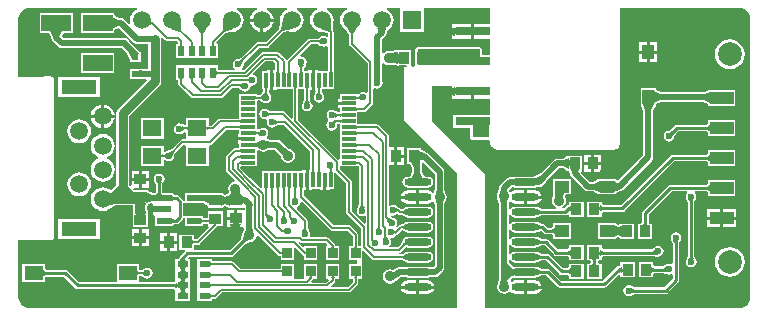
<source format=gtl>
G04*
G04 #@! TF.GenerationSoftware,Altium Limited,Altium Designer,18.1.4 (159)*
G04*
G04 Layer_Physical_Order=1*
G04 Layer_Color=255*
%FSLAX25Y25*%
%MOIN*%
G70*
G01*
G75*
%ADD15C,0.03000*%
%ADD17C,0.00600*%
%ADD21C,0.01000*%
%ADD22C,0.01968*%
%ADD28R,0.02362X0.02362*%
%ADD29R,0.03661X0.03858*%
%ADD30R,0.11811X0.03150*%
%ADD31R,0.07874X0.03937*%
%ADD32R,0.02165X0.03740*%
%ADD33R,0.01968X0.03740*%
%ADD34R,0.03937X0.04724*%
%ADD35R,0.04724X0.03937*%
%ADD36R,0.04724X0.01181*%
%ADD37R,0.03858X0.03661*%
%ADD38R,0.05000X0.02000*%
%ADD39R,0.03740X0.02165*%
%ADD40R,0.03740X0.01968*%
%ADD41R,0.06299X0.04724*%
%ADD42O,0.09055X0.02362*%
%ADD43R,0.06299X0.05512*%
%ADD44R,0.09843X0.05512*%
%ADD45R,0.01181X0.04724*%
%ADD46R,0.03200X0.03600*%
%ADD70C,0.02000*%
%ADD71R,0.05500X0.07080*%
%ADD72R,0.20900X0.05600*%
%ADD73R,0.05906X0.05906*%
%ADD74C,0.05906*%
%ADD75R,0.11811X0.04724*%
%ADD76C,0.07874*%
%ADD77C,0.02362*%
%ADD78C,0.03543*%
%ADD79C,0.03150*%
G36*
X80679Y93907D02*
X80380Y93783D01*
X79555Y93150D01*
X78921Y92324D01*
X78523Y91362D01*
X78387Y90330D01*
X78523Y89298D01*
X78554Y89223D01*
X78221Y87475D01*
X73664Y82918D01*
X71000D01*
X70649Y82848D01*
X70351Y82649D01*
X65316Y77614D01*
X64318Y77301D01*
X64285Y77273D01*
X63805Y77178D01*
X63216Y76784D01*
X62822Y76195D01*
X62684Y75500D01*
X62822Y74805D01*
X63216Y74216D01*
X63363Y74118D01*
X63211Y73618D01*
X57941D01*
X57738Y73717D01*
Y75170D01*
X54373D01*
Y75170D01*
X54096D01*
Y75170D01*
X50928D01*
Y75170D01*
X50553D01*
Y75170D01*
X47384D01*
Y75170D01*
X47108D01*
Y75170D01*
X43742D01*
Y70230D01*
X44408D01*
X44508Y70026D01*
Y69043D01*
X44577Y68692D01*
X44776Y68394D01*
X48620Y64551D01*
X48917Y64352D01*
X49268Y64282D01*
X58900D01*
X59251Y64352D01*
X59549Y64551D01*
X62612Y67614D01*
X64662D01*
X65385Y67112D01*
X65516Y66916D01*
X66105Y66522D01*
X66800Y66384D01*
X67495Y66522D01*
X68084Y66916D01*
X68478Y67505D01*
X68616Y68200D01*
X68800Y68384D01*
X69072Y68469D01*
X69745Y68603D01*
X70335Y68997D01*
X70728Y69586D01*
X70866Y70281D01*
X70728Y70976D01*
X70335Y71565D01*
X69745Y71959D01*
X69654Y71977D01*
X69509Y72456D01*
X73567Y76514D01*
X76205D01*
X76826Y75893D01*
Y73736D01*
X76163D01*
Y72893D01*
X76241Y72724D01*
X76163D01*
Y70374D01*
Y67011D01*
X77253D01*
Y67412D01*
X80790D01*
Y67412D01*
X82526D01*
X82619Y67212D01*
Y57623D01*
X82157Y57431D01*
X79940Y59649D01*
X79642Y59848D01*
X79291Y59918D01*
X75371D01*
X74444Y60402D01*
X74401Y60406D01*
X73995Y60678D01*
X73300Y60816D01*
X72605Y60678D01*
X72016Y60284D01*
X71622Y59695D01*
X71484Y59000D01*
X71622Y58305D01*
X72016Y57716D01*
X72605Y57322D01*
X73300Y57184D01*
X73705Y57265D01*
X73814Y57194D01*
X74090Y56831D01*
X73984Y56300D01*
X74122Y55605D01*
X74516Y55016D01*
X75105Y54622D01*
X75800Y54484D01*
X76495Y54622D01*
X76902Y54894D01*
X76944Y54898D01*
X77871Y55382D01*
X79853D01*
X88525Y46711D01*
Y40271D01*
X87974D01*
Y36909D01*
Y33547D01*
X89065D01*
Y33947D01*
X91789D01*
Y33547D01*
X92879D01*
Y36909D01*
X93879D01*
Y33547D01*
X94970D01*
Y33947D01*
X96539D01*
Y39169D01*
X96576Y39259D01*
X96977Y39450D01*
X97039Y39464D01*
X100482Y36020D01*
Y26300D01*
X100552Y25949D01*
X100751Y25651D01*
X105482Y20920D01*
Y15030D01*
X104607D01*
X104507Y15234D01*
Y18686D01*
X104437Y19037D01*
X104238Y19335D01*
X101911Y21662D01*
X101613Y21861D01*
X101262Y21931D01*
X96272D01*
X86423Y31780D01*
Y33547D01*
X86974D01*
Y36909D01*
Y40271D01*
X85883D01*
Y39871D01*
X84315D01*
Y39871D01*
X80378D01*
Y39871D01*
X74885D01*
Y39871D01*
X72504D01*
Y34427D01*
X72004Y34220D01*
X68438Y37786D01*
X65168Y41055D01*
Y41157D01*
X65439Y41587D01*
X65529Y41624D01*
X70751D01*
Y43593D01*
Y46781D01*
X71185Y47029D01*
X71344Y46936D01*
X71391Y46929D01*
X71975Y46540D01*
X72900Y46356D01*
X73825Y46540D01*
X74387Y46914D01*
X75547Y47136D01*
X75557Y47142D01*
X76751D01*
X78068Y45825D01*
X78070Y45814D01*
X78734Y44837D01*
X78866Y44175D01*
X79390Y43390D01*
X80175Y42866D01*
X81100Y42682D01*
X82025Y42866D01*
X82810Y43390D01*
X83334Y44175D01*
X83518Y45100D01*
X83334Y46025D01*
X82810Y46810D01*
X82025Y47334D01*
X81363Y47466D01*
X80387Y48130D01*
X80375Y48132D01*
X78580Y49927D01*
X78051Y50281D01*
X77426Y50405D01*
X75557D01*
X75547Y50412D01*
X74387Y50633D01*
X74153Y50789D01*
X74093Y51073D01*
X74110Y51419D01*
X74435Y51905D01*
X74573Y52600D01*
X74435Y53295D01*
X74041Y53884D01*
X73452Y54278D01*
X72757Y54416D01*
X72062Y54278D01*
X71726Y54053D01*
X71667Y54049D01*
X71251Y53843D01*
X70751Y54154D01*
Y59341D01*
Y63458D01*
X70951Y63551D01*
X71623D01*
X72550Y63066D01*
X72593Y63062D01*
X72999Y62790D01*
X73694Y62652D01*
X74389Y62790D01*
X74979Y63184D01*
X75372Y63773D01*
X75510Y64468D01*
X75372Y65163D01*
X75100Y65570D01*
X75097Y65613D01*
X74627Y66511D01*
X74768Y67011D01*
X75163D01*
Y70374D01*
Y72724D01*
X75084D01*
X75163Y72893D01*
Y73564D01*
X75043Y73736D01*
X74072D01*
Y73336D01*
X72504D01*
Y68114D01*
X72466Y68024D01*
X72504Y67933D01*
Y67412D01*
X72684D01*
X72777Y67212D01*
Y66540D01*
X72381Y65782D01*
X71623Y65386D01*
X70951D01*
X70751Y65479D01*
Y65659D01*
X70230D01*
X70139Y65696D01*
X70049Y65659D01*
X64827D01*
Y61309D01*
Y57539D01*
X64623Y57440D01*
X58400D01*
X58049Y57370D01*
X57751Y57171D01*
X55681Y55101D01*
X54821D01*
X54617Y55201D01*
Y57539D01*
X47118D01*
Y55566D01*
X46618Y55249D01*
X45948Y55566D01*
X45882Y55569D01*
X45595Y55761D01*
X44900Y55899D01*
X44205Y55761D01*
X43616Y55367D01*
X43222Y54778D01*
X43084Y54083D01*
X43222Y53388D01*
X43616Y52799D01*
X44205Y52405D01*
X44900Y52267D01*
X45595Y52405D01*
X46156Y52780D01*
X46618Y53046D01*
X47118Y52756D01*
Y50827D01*
X46747Y50518D01*
X45900D01*
X45549Y50448D01*
X45251Y50249D01*
X42244Y47242D01*
X41246Y46929D01*
X41213Y46901D01*
X40733Y46806D01*
X40327Y46534D01*
X40284Y46530D01*
X40084Y46426D01*
X39657Y46685D01*
Y48484D01*
X32158D01*
Y41772D01*
X39657D01*
Y43571D01*
X40084Y43830D01*
X40284Y43726D01*
X40327Y43722D01*
X40733Y43450D01*
X41428Y43312D01*
X42123Y43450D01*
X42712Y43844D01*
X43106Y44433D01*
X43201Y44913D01*
X43229Y44946D01*
X43542Y45944D01*
X46280Y48682D01*
X46700D01*
X47118Y48484D01*
X47118Y48182D01*
Y41772D01*
X54617D01*
Y48182D01*
X54617Y48484D01*
X55035Y48682D01*
X55163D01*
X55514Y48752D01*
X55812Y48951D01*
X60569Y53708D01*
X64627D01*
X64827Y53615D01*
Y52279D01*
X64427D01*
Y51189D01*
X67789D01*
Y50189D01*
X64427D01*
Y49098D01*
X64827D01*
Y47762D01*
X64627Y47669D01*
X63500D01*
X63149Y47599D01*
X62851Y47401D01*
X60651Y45200D01*
X60452Y44903D01*
X60382Y44552D01*
Y40221D01*
X60452Y39870D01*
X60651Y39572D01*
X63246Y36977D01*
X63082Y36435D01*
X62575Y36334D01*
X61790Y35810D01*
X61266Y35025D01*
X61082Y34100D01*
X61266Y33175D01*
X61284Y33148D01*
X61071Y32662D01*
X61071D01*
X60703Y32344D01*
X60217Y32140D01*
X59382Y32482D01*
Y32642D01*
X58861D01*
X58770Y32680D01*
X58680Y32642D01*
X55025D01*
X54934Y32680D01*
X54914Y32672D01*
X54894Y32678D01*
X54344Y32642D01*
X54324D01*
Y32641D01*
X52894Y32547D01*
X52860Y32531D01*
X49691D01*
X49533Y32499D01*
X46591D01*
Y30026D01*
X46091Y29977D01*
X46036Y30253D01*
X45793Y30617D01*
X45793Y30617D01*
X44717Y31692D01*
X44354Y31935D01*
X43924Y32021D01*
X43924Y32021D01*
X43386D01*
X42791Y32311D01*
Y32499D01*
X42269D01*
X42179Y32537D01*
X42089Y32499D01*
X42002D01*
X41968Y32501D01*
X41965Y32499D01*
X39849D01*
X39691Y32531D01*
X39501D01*
X39222Y33095D01*
Y35331D01*
X39540Y36242D01*
X39540Y36248D01*
X39778Y36605D01*
X39916Y37300D01*
X39778Y37995D01*
X39384Y38584D01*
X38795Y38978D01*
X38100Y39116D01*
X37405Y38978D01*
X36816Y38584D01*
X36422Y37995D01*
X36284Y37300D01*
X36422Y36605D01*
X36661Y36248D01*
X36660Y36242D01*
X36978Y35331D01*
Y33082D01*
X36760Y32531D01*
X35957D01*
X34380Y33319D01*
Y33691D01*
X30024D01*
X29933Y33729D01*
X29860Y33698D01*
X29527Y34031D01*
X29718Y34493D01*
X31350D01*
Y36824D01*
X28921D01*
Y35352D01*
X28475Y35160D01*
X28141Y35434D01*
Y58313D01*
X38214Y68386D01*
X38678Y69081D01*
X38841Y69900D01*
Y71449D01*
Y83900D01*
X38728Y84467D01*
X39189Y84713D01*
X40151Y83751D01*
X40449Y83552D01*
X40800Y83482D01*
X43920D01*
X44480Y82923D01*
X44366Y82454D01*
X43742D01*
Y77513D01*
X47246Y77513D01*
X47608Y77513D01*
X50428D01*
X50553Y77513D01*
X50928D01*
X51053Y77513D01*
X54234Y77513D01*
X54596Y77513D01*
X57738D01*
Y82454D01*
X57402D01*
X57195Y82954D01*
X60084Y85843D01*
X61874Y86409D01*
X62374Y86343D01*
X63406Y86479D01*
X64367Y86878D01*
X65193Y87511D01*
X65827Y88337D01*
X66225Y89298D01*
X66361Y90330D01*
X66225Y91362D01*
X65827Y92324D01*
X65193Y93150D01*
X64367Y93783D01*
X64069Y93907D01*
X64168Y94407D01*
X70579D01*
X70679Y93907D01*
X70381Y93783D01*
X69555Y93150D01*
X68921Y92324D01*
X68523Y91362D01*
X68453Y90830D01*
X72374D01*
X76295D01*
X76225Y91362D01*
X75827Y92324D01*
X75193Y93150D01*
X74367Y93783D01*
X74069Y93907D01*
X74168Y94407D01*
X80580D01*
X80679Y93907D01*
D02*
G37*
G36*
X30679D02*
X30380Y93783D01*
X29555Y93150D01*
X28921Y92324D01*
X28523Y91362D01*
X28387Y90330D01*
X28523Y89298D01*
X28544Y89247D01*
X28121Y88963D01*
X26500Y90584D01*
X25971Y90938D01*
X25346Y91062D01*
X24730D01*
X23153Y91846D01*
Y92786D01*
X12111D01*
Y86075D01*
X23153D01*
Y87015D01*
X24690Y87779D01*
X29723Y82746D01*
X30253Y82393D01*
X30877Y82269D01*
X32528D01*
X32569Y82251D01*
X34559Y82211D01*
Y73998D01*
X33420D01*
X33390Y74014D01*
X31946Y74140D01*
Y74154D01*
X31789D01*
X31390Y74189D01*
X31361Y74180D01*
X31334Y74191D01*
X31243Y74154D01*
X28383D01*
Y72441D01*
X28369Y72367D01*
X28383Y72292D01*
Y70592D01*
X31243D01*
X31334Y70554D01*
X31360Y70565D01*
X31386Y70556D01*
X31819Y70592D01*
X31946D01*
Y70602D01*
X33386Y70719D01*
X33392Y70722D01*
X33790Y70667D01*
X33970Y70198D01*
X24486Y60714D01*
X24022Y60019D01*
X23859Y59200D01*
Y35417D01*
X22004Y33562D01*
X21314Y34092D01*
X20352Y34490D01*
X19320Y34626D01*
X18289Y34490D01*
X17327Y34092D01*
X16501Y33459D01*
X15868Y32633D01*
X15470Y31671D01*
X15334Y30639D01*
X15470Y29607D01*
X15868Y28646D01*
X16501Y27820D01*
X17327Y27187D01*
X18289Y26788D01*
X19320Y26653D01*
X20352Y26788D01*
X21314Y27187D01*
X22140Y27820D01*
X22392Y28149D01*
X23750Y28498D01*
X26913D01*
X26933Y28490D01*
X26953Y28498D01*
X26982D01*
X26998Y28493D01*
X27048Y28498D01*
X29409D01*
X29541Y27545D01*
X29363Y26259D01*
X29321D01*
Y25961D01*
X29290Y25736D01*
X29302Y25691D01*
X29284Y25647D01*
X29321Y25557D01*
Y21398D01*
X34380D01*
Y25557D01*
X34417Y25647D01*
X34399Y25691D01*
X34411Y25736D01*
X34380Y25961D01*
Y26259D01*
X34338D01*
X34159Y27545D01*
X34338Y28830D01*
X34380D01*
Y28916D01*
X35699Y29217D01*
X36141Y28930D01*
X36191Y28856D01*
Y28185D01*
X37203Y28187D01*
Y27699D01*
X39691D01*
Y26699D01*
X37203D01*
Y26211D01*
X36191Y26214D01*
Y25199D01*
X36591Y24958D01*
X36591Y24699D01*
Y21799D01*
X41965D01*
X41968Y21797D01*
X42002Y21799D01*
X42089D01*
X42179Y21762D01*
X42269Y21799D01*
X42791D01*
Y21987D01*
X43386Y22278D01*
X43841D01*
X43841Y22278D01*
X44270Y22363D01*
X44634Y22606D01*
X45793Y23765D01*
X45793Y23765D01*
X46036Y24129D01*
X46091Y24405D01*
X46591Y24355D01*
Y21799D01*
X52791D01*
Y22379D01*
X52996Y22482D01*
X54121D01*
X54324Y22382D01*
Y21718D01*
X54473D01*
X54665Y21256D01*
X50578Y17170D01*
X49963D01*
X49760Y17270D01*
Y18781D01*
X44898D01*
Y13723D01*
X46489D01*
X46620Y13503D01*
X46675Y13223D01*
X45207Y11755D01*
X44964Y11391D01*
X44939Y11264D01*
X44915Y11243D01*
X44606Y10601D01*
X43530D01*
Y7236D01*
X43530D01*
Y6959D01*
X43530D01*
Y3791D01*
X43530D01*
Y3416D01*
X43175Y3065D01*
X42937Y2953D01*
X31999D01*
X31508Y2975D01*
X31508Y3453D01*
Y4920D01*
X31712Y5020D01*
X32116D01*
X33021Y4529D01*
X33050Y4526D01*
X33505Y4222D01*
X34200Y4084D01*
X34895Y4222D01*
X35484Y4616D01*
X35878Y5205D01*
X36016Y5900D01*
X35878Y6595D01*
X35484Y7184D01*
X34895Y7578D01*
X34200Y7716D01*
X33505Y7578D01*
X33145Y7337D01*
X33091Y7333D01*
X32142Y6855D01*
X31712D01*
X31508Y6955D01*
Y8900D01*
X24009D01*
X24009Y2975D01*
X23518Y2953D01*
X11408D01*
X7631Y6730D01*
X7267Y6974D01*
X6837Y7059D01*
X6837Y7059D01*
X609D01*
X12Y7354D01*
Y8900D01*
X-7487D01*
Y2975D01*
X12D01*
Y4521D01*
X609Y4816D01*
X6373D01*
X10150Y1039D01*
X10150Y1038D01*
X10514Y795D01*
X10943Y710D01*
X10943Y710D01*
X42937D01*
X43484Y452D01*
X43530Y-29D01*
X43530Y-29D01*
X43530Y-29D01*
Y-3395D01*
X48470D01*
Y-29D01*
X48470D01*
Y247D01*
X48470D01*
Y3416D01*
X48470D01*
Y3791D01*
X48470D01*
Y6959D01*
X48470D01*
Y7236D01*
X48470D01*
Y10601D01*
X48063D01*
X47857Y11069D01*
X48101Y11378D01*
X62039D01*
X62039Y11378D01*
X62468Y11464D01*
X62832Y11707D01*
X66907Y15781D01*
X66957Y15797D01*
X66965Y15803D01*
X68408Y16291D01*
X68418Y16300D01*
X69143Y16444D01*
X69927Y16968D01*
X70451Y17753D01*
X70598Y18490D01*
X71104Y18692D01*
X77809Y11987D01*
X78106Y11788D01*
X78458Y11718D01*
X78486D01*
X78689Y11618D01*
Y10236D01*
X83089D01*
Y14260D01*
X83551Y14451D01*
X86015Y11987D01*
X86313Y11788D01*
X86386Y11773D01*
Y10236D01*
X90786D01*
Y15036D01*
X86386D01*
Y14865D01*
X85924Y14673D01*
X84686Y15912D01*
X84851Y16453D01*
X84986Y16479D01*
X85168Y16297D01*
X85466Y16098D01*
X85817Y16028D01*
X93613D01*
X94150Y15492D01*
X93958Y15030D01*
X93789D01*
Y10230D01*
X98189D01*
Y15030D01*
X96961D01*
X96886Y15205D01*
X96849Y15242D01*
X96837Y15301D01*
X96638Y15599D01*
X94642Y17595D01*
X94345Y17794D01*
X93994Y17864D01*
X88574D01*
X88365Y18256D01*
X88363Y18363D01*
X88495Y19027D01*
X88357Y19722D01*
X88085Y20129D01*
X88082Y20171D01*
X87597Y21098D01*
Y23321D01*
X87527Y23672D01*
X87328Y23970D01*
X83945Y27352D01*
X84090Y27831D01*
X84232Y27859D01*
X84821Y28253D01*
X85215Y28842D01*
X85353Y29537D01*
X85350Y29550D01*
X85811Y29797D01*
X95243Y20364D01*
X95541Y20166D01*
X95892Y20096D01*
X100882D01*
X102672Y18306D01*
Y15234D01*
X102572Y15030D01*
X101389D01*
Y10230D01*
X104056D01*
Y8930D01*
X101389D01*
Y4130D01*
X102572D01*
X102672Y3927D01*
Y3020D01*
X101018Y1367D01*
X95693D01*
X95501Y1829D01*
X96638Y2965D01*
X96837Y3263D01*
X96907Y3614D01*
Y3927D01*
X97007Y4130D01*
X98189D01*
Y8930D01*
X93789D01*
Y4130D01*
X94500D01*
X94708Y3630D01*
X93827Y2749D01*
X89053D01*
X88861Y3211D01*
X89235Y3585D01*
X89434Y3883D01*
X89447Y3948D01*
X89488Y3989D01*
X89547Y4136D01*
X90786D01*
Y8936D01*
X86386D01*
Y4136D01*
X85963Y3949D01*
X83512D01*
X83089Y4136D01*
X83089Y4449D01*
Y8936D01*
X78689D01*
Y7553D01*
X78486Y7453D01*
X65092D01*
X62978Y9567D01*
X62680Y9766D01*
X62329Y9836D01*
X55957D01*
X55753Y9935D01*
Y10601D01*
X50813D01*
X50813Y7097D01*
X50813Y6735D01*
Y3791D01*
X50813D01*
Y3416D01*
X50813D01*
Y247D01*
X50813D01*
Y-29D01*
X50813D01*
Y-3395D01*
X55753D01*
Y-2729D01*
X55957Y-2629D01*
X56588D01*
X56939Y-2560D01*
X57237Y-2361D01*
X59129Y-469D01*
X101398D01*
X101749Y-399D01*
X102047Y-200D01*
X104238Y1991D01*
X104437Y2289D01*
X104507Y2640D01*
Y3927D01*
X104607Y4130D01*
X105789D01*
Y8000D01*
X105800D01*
Y10781D01*
X105789Y10792D01*
Y13167D01*
X106251Y13358D01*
X108958Y10651D01*
X109256Y10452D01*
X109607Y10382D01*
X119013D01*
X119579Y10158D01*
X119673Y10016D01*
X120262Y9622D01*
X120957Y9484D01*
X127650D01*
X128345Y9622D01*
X128934Y10016D01*
X129328Y10605D01*
X129466Y11300D01*
X129328Y11995D01*
X128934Y12584D01*
X128345Y12978D01*
X127650Y13116D01*
X120957D01*
X120262Y12978D01*
X119673Y12584D01*
X119579Y12442D01*
X119013Y12218D01*
X118244D01*
X118194Y12718D01*
X118332Y12745D01*
X118630Y12944D01*
X120077Y14391D01*
X120529Y14569D01*
X120957Y14484D01*
X127650D01*
X128345Y14622D01*
X128934Y15016D01*
X129328Y15605D01*
X129466Y16300D01*
X129328Y16995D01*
X128934Y17584D01*
X128345Y17978D01*
X127650Y18116D01*
X120957D01*
X120262Y17978D01*
X119673Y17584D01*
X119280Y16995D01*
X119168Y16435D01*
X118856Y15765D01*
X117601Y14511D01*
X114953D01*
X114801Y15010D01*
X114884Y15066D01*
X115278Y15655D01*
X115416Y16350D01*
X115278Y17045D01*
X115141Y17250D01*
X115442Y17700D01*
X115520Y17684D01*
X116215Y17822D01*
X116804Y18216D01*
X117020Y18539D01*
X117141Y18562D01*
X117239Y18626D01*
X117371Y18652D01*
X117669Y18851D01*
X119147Y20329D01*
X119579Y20158D01*
X119673Y20016D01*
X120262Y19622D01*
X120957Y19484D01*
X127650D01*
X128345Y19622D01*
X128934Y20016D01*
X129328Y20605D01*
X129466Y21300D01*
X129328Y21995D01*
X128934Y22584D01*
X128345Y22978D01*
X127650Y23116D01*
X120957D01*
X120262Y22978D01*
X119673Y22584D01*
X119579Y22442D01*
X119013Y22218D01*
X118820D01*
X118469Y22148D01*
X118171Y21949D01*
X117479Y21257D01*
X117091Y21576D01*
X117378Y22005D01*
X117516Y22700D01*
X117378Y23395D01*
X116984Y23984D01*
X116395Y24378D01*
X115915Y24473D01*
X115882Y24501D01*
X115128Y24737D01*
X115124Y24787D01*
X115124Y24788D01*
X115590Y25166D01*
X116000Y25084D01*
X116695Y25222D01*
X117284Y25616D01*
X117769Y25635D01*
X118042Y25452D01*
X118393Y25382D01*
X119013D01*
X119579Y25158D01*
X119673Y25016D01*
X120262Y24622D01*
X120957Y24484D01*
X127650D01*
X128345Y24622D01*
X128934Y25016D01*
X129328Y25605D01*
X129466Y26300D01*
X129328Y26995D01*
X128934Y27584D01*
X128345Y27978D01*
X127650Y28116D01*
X120957D01*
X120262Y27978D01*
X119673Y27584D01*
X119579Y27442D01*
X119013Y27218D01*
X118773D01*
X118442Y27549D01*
X118144Y27748D01*
X118102Y27756D01*
X118077Y27784D01*
X117299Y28162D01*
X117284Y28184D01*
X116695Y28578D01*
X116000Y28716D01*
X115305Y28578D01*
X115159Y28480D01*
X114718Y28716D01*
Y42048D01*
X116469D01*
Y44977D01*
Y47906D01*
X114718D01*
Y51600D01*
X114648Y51951D01*
X114449Y52249D01*
X111423Y55274D01*
X111126Y55474D01*
X110774Y55543D01*
X104416D01*
X104216Y55636D01*
Y59521D01*
X104416Y59614D01*
X106431D01*
X106782Y59683D01*
X107080Y59882D01*
X109149Y61951D01*
X109348Y62249D01*
X109418Y62600D01*
Y67480D01*
X109918Y67747D01*
X110105Y67622D01*
X110800Y67484D01*
X111495Y67622D01*
X112084Y68016D01*
X112478Y68605D01*
X112616Y69300D01*
X112478Y69995D01*
X112431Y70064D01*
Y75826D01*
X112931Y75978D01*
X112990Y75890D01*
X113775Y75366D01*
X114700Y75182D01*
X115625Y75366D01*
X115718Y75428D01*
X117267Y75212D01*
Y75171D01*
X117565D01*
X117789Y75140D01*
X117835Y75151D01*
X117879Y75133D01*
X117969Y75171D01*
X120526D01*
X120788Y74671D01*
X120732Y74590D01*
X119685D01*
Y56857D01*
X121284Y55258D01*
Y55208D01*
X137402Y39103D01*
Y-5827D01*
X-5203D01*
X-5972Y-5674D01*
X-6696Y-5374D01*
X-7348Y-4938D01*
X-7903Y-4384D01*
X-8338Y-3732D01*
X-8638Y-3008D01*
X-8792Y-2239D01*
Y-1846D01*
Y17012D01*
X-423D01*
X-398Y16995D01*
X32Y16910D01*
X1932D01*
X2361Y16995D01*
X2725Y17238D01*
X2739Y17261D01*
X2762Y17275D01*
X3005Y17639D01*
X3090Y18068D01*
Y70400D01*
X3005Y70829D01*
X2762Y71193D01*
X2398Y71436D01*
X1969Y71522D01*
X0D01*
X-429Y71436D01*
X-454Y71420D01*
X-8823D01*
Y90426D01*
Y90818D01*
X-8670Y91587D01*
X-8370Y92312D01*
X-7934Y92964D01*
X-7380Y93518D01*
X-6728Y93954D01*
X-6004Y94254D01*
X-5235Y94407D01*
X30580D01*
X30679Y93907D01*
D02*
G37*
G36*
X35770Y89730D02*
Y89130D01*
X34903Y88806D01*
X35318Y90103D01*
X35770Y89730D01*
D02*
G37*
G36*
X24541Y90430D02*
Y88430D01*
X22529Y87430D01*
Y91430D01*
X24541Y90430D01*
D02*
G37*
G36*
X82344Y87378D02*
X79256Y86788D01*
X78832Y87213D01*
X79421Y90301D01*
X82344Y87378D01*
D02*
G37*
G36*
X95463Y86765D02*
X94945Y86435D01*
X91766Y87441D01*
X95251Y89665D01*
X95463Y86765D01*
D02*
G37*
G36*
X62981Y87441D02*
X59803Y86435D01*
X59285Y86765D01*
X59497Y89665D01*
X62981Y87441D01*
D02*
G37*
G36*
X45463Y86765D02*
X44945Y86435D01*
X41766Y87441D01*
X45251Y89665D01*
X45463Y86765D01*
D02*
G37*
G36*
X148480Y89097D02*
X143150D01*
Y86522D01*
Y83947D01*
X148480D01*
Y78697D01*
X145749D01*
Y80700D01*
X145559Y81159D01*
X145100Y81349D01*
X124200D01*
X123741Y81159D01*
X123551Y80700D01*
Y80229D01*
X123330D01*
Y75171D01*
X123010Y74803D01*
X122448D01*
X122128Y75171D01*
X122128Y75303D01*
Y80229D01*
X117969D01*
X117879Y80267D01*
X117835Y80248D01*
X117789Y80260D01*
X117565Y80229D01*
X117267D01*
Y80188D01*
X115254Y79908D01*
X114700Y80018D01*
X113775Y79834D01*
X112990Y79310D01*
X112931Y79222D01*
X112431Y79374D01*
Y83824D01*
X113528Y84920D01*
X113881Y85450D01*
X113959Y85842D01*
X113996Y85886D01*
X114285Y86843D01*
X114367Y86878D01*
X115193Y87511D01*
X115827Y88337D01*
X116225Y89298D01*
X116361Y90330D01*
X116225Y91362D01*
X115827Y92324D01*
X115193Y93150D01*
X114367Y93783D01*
X114069Y93907D01*
X114168Y94407D01*
X117972D01*
X118421Y94283D01*
X118421Y93907D01*
Y86378D01*
X126327D01*
Y93907D01*
X126327Y94283D01*
X126776Y94407D01*
X148480D01*
Y89097D01*
D02*
G37*
G36*
X90679Y93907D02*
X90381Y93783D01*
X89555Y93150D01*
X88921Y92324D01*
X88523Y91362D01*
X88387Y90330D01*
X88523Y89298D01*
X88921Y88337D01*
X89555Y87511D01*
X90381Y86878D01*
X91342Y86479D01*
X92374Y86343D01*
X92874Y86409D01*
X94430Y85917D01*
Y85014D01*
X93930Y84746D01*
X93697Y84902D01*
X93002Y85041D01*
X92307Y84902D01*
X91900Y84631D01*
X91857Y84627D01*
X90930Y84142D01*
X88525D01*
X88173Y84072D01*
X87876Y83873D01*
X80974Y76972D01*
X80657Y76989D01*
X80448Y77057D01*
X80249Y77355D01*
X78138Y79465D01*
X77841Y79664D01*
X77490Y79734D01*
X72816D01*
X72465Y79664D01*
X72168Y79465D01*
X66320Y73618D01*
X65789D01*
X65637Y74118D01*
X65784Y74216D01*
X66178Y74805D01*
X66273Y75285D01*
X66301Y75318D01*
X66614Y76316D01*
X71380Y81082D01*
X74044D01*
X74395Y81152D01*
X74692Y81351D01*
X79519Y86177D01*
X81266Y86511D01*
X81342Y86479D01*
X82374Y86343D01*
X83406Y86479D01*
X84367Y86878D01*
X85193Y87511D01*
X85827Y88337D01*
X86225Y89298D01*
X86361Y90330D01*
X86225Y91362D01*
X85827Y92324D01*
X85193Y93150D01*
X84367Y93783D01*
X84069Y93907D01*
X84168Y94407D01*
X90579D01*
X90679Y93907D01*
D02*
G37*
G36*
X113374Y86074D02*
X111374D01*
X110853Y87800D01*
X113895D01*
X113374Y86074D01*
D02*
G37*
G36*
X102674Y85621D02*
X102074D01*
X100307Y88222D01*
X104441D01*
X102674Y85621D01*
D02*
G37*
G36*
X52674D02*
X52074D01*
X50307Y88222D01*
X54441D01*
X52674Y85621D01*
D02*
G37*
G36*
X35640Y82839D02*
X32582Y82900D01*
Y84900D01*
X35640Y84961D01*
Y82839D01*
D02*
G37*
G36*
X92158Y82398D02*
X91151Y82925D01*
Y83525D01*
X92158Y84051D01*
Y82398D01*
D02*
G37*
G36*
X56655Y81841D02*
X55455D01*
X55755Y82442D01*
X56355D01*
X56655Y81841D01*
D02*
G37*
G36*
X52974D02*
X51774D01*
X52074Y82442D01*
X52674D01*
X52974Y81841D01*
D02*
G37*
G36*
X49569D02*
X48368D01*
X48669Y82442D01*
X49268D01*
X49569Y81841D01*
D02*
G37*
G36*
X46025D02*
X44825D01*
X45125Y82442D01*
X45725D01*
X46025Y81841D01*
D02*
G37*
G36*
X117879Y75783D02*
X114879Y76200D01*
Y79200D01*
X117879Y79617D01*
Y75783D01*
D02*
G37*
G36*
X66021Y76597D02*
X65681Y75512D01*
X64512Y76681D01*
X65597Y77021D01*
X66021Y76597D01*
D02*
G37*
G36*
X85805Y74449D02*
X85205D01*
X84679Y75457D01*
X86332D01*
X85805Y74449D01*
D02*
G37*
G36*
X100679Y93907D02*
X100381Y93783D01*
X99555Y93150D01*
X98921Y92324D01*
X98523Y91362D01*
X98387Y90330D01*
X98523Y89298D01*
X98921Y88337D01*
X99555Y87511D01*
X100381Y86878D01*
X100457Y86846D01*
X101456Y85375D01*
Y82377D01*
X101526Y82026D01*
X101725Y81728D01*
X107582Y75871D01*
Y66320D01*
X107082Y66053D01*
X106895Y66178D01*
X106200Y66316D01*
X105505Y66178D01*
X105057Y65879D01*
X105026Y65875D01*
X104699Y65699D01*
X104216Y65659D01*
Y65659D01*
X103694D01*
X103604Y65696D01*
X103513Y65659D01*
X98291D01*
Y64090D01*
X97891D01*
Y63000D01*
X101253D01*
Y62000D01*
X97891D01*
Y60909D01*
X98291D01*
Y59698D01*
X97818Y59508D01*
X96944Y59965D01*
X96902Y59969D01*
X96495Y60241D01*
X95800Y60379D01*
X95105Y60241D01*
X94516Y59847D01*
X94122Y59258D01*
X93984Y58563D01*
X94122Y57868D01*
X94516Y57279D01*
X94486Y56697D01*
X94316Y56584D01*
X93922Y55995D01*
X93784Y55300D01*
X93922Y54605D01*
X94316Y54016D01*
X94905Y53622D01*
X95600Y53484D01*
X96295Y53622D01*
X96884Y54016D01*
X97278Y54605D01*
X97401Y55226D01*
X97553Y55677D01*
X98091D01*
X98291Y55584D01*
Y51467D01*
Y47530D01*
Y44005D01*
X98291D01*
Y43974D01*
X97791Y43767D01*
X96731Y44827D01*
X96521Y44968D01*
X84455Y57034D01*
Y67212D01*
X84547Y67412D01*
X86463D01*
X86556Y67212D01*
Y63745D01*
X86072Y62818D01*
X86068Y62775D01*
X85796Y62369D01*
X85658Y61674D01*
X85796Y60979D01*
X86190Y60390D01*
X86779Y59996D01*
X87474Y59858D01*
X88169Y59996D01*
X88758Y60390D01*
X89152Y60979D01*
X89290Y61674D01*
X89152Y62369D01*
X88880Y62775D01*
X88876Y62818D01*
X88392Y63745D01*
Y67011D01*
X88942D01*
Y70374D01*
Y73736D01*
X87852D01*
Y73336D01*
X86516D01*
X86423Y73536D01*
Y74229D01*
X86908Y75156D01*
X86911Y75199D01*
X87183Y75605D01*
X87321Y76300D01*
X87183Y76995D01*
X86790Y77584D01*
X86200Y77978D01*
X85505Y78116D01*
X85400Y78095D01*
X85154Y78556D01*
X88905Y82307D01*
X90930D01*
X91857Y81822D01*
X91900Y81818D01*
X92307Y81547D01*
X93002Y81409D01*
X93697Y81547D01*
X93930Y81703D01*
X94430Y81436D01*
Y73536D01*
X94337Y73336D01*
X94157D01*
Y73336D01*
X91033D01*
Y73736D01*
X89942D01*
Y70374D01*
Y67011D01*
X90213D01*
X90424Y66511D01*
X90007Y65723D01*
X90003Y65684D01*
X89722Y65263D01*
X89584Y64569D01*
X89722Y63874D01*
X90116Y63284D01*
X90705Y62891D01*
X91400Y62752D01*
X92095Y62891D01*
X92684Y63284D01*
X93078Y63874D01*
X93216Y64569D01*
X93078Y65263D01*
X92815Y65656D01*
X92811Y65703D01*
X92329Y66636D01*
Y67212D01*
X92421Y67412D01*
X94570D01*
Y67412D01*
X96539D01*
Y72633D01*
X96576Y72724D01*
X96539Y72814D01*
Y73336D01*
X96358D01*
X96266Y73536D01*
Y86456D01*
X96196Y86808D01*
X96101Y86949D01*
X95973Y88691D01*
X96225Y89298D01*
X96361Y90330D01*
X96225Y91362D01*
X95827Y92324D01*
X95193Y93150D01*
X94367Y93783D01*
X94069Y93907D01*
X94168Y94407D01*
X100580D01*
X100679Y93907D01*
D02*
G37*
G36*
X95926Y72724D02*
X94769D01*
X95048Y73324D01*
X95648D01*
X95926Y72724D01*
D02*
G37*
G36*
X86084D02*
X84927D01*
X85205Y73324D01*
X85805D01*
X86084Y72724D01*
D02*
G37*
G36*
X82147D02*
X80990D01*
X81268Y73324D01*
X81868D01*
X82147Y72724D01*
D02*
G37*
G36*
X80178Y72724D02*
X79021D01*
X79300Y73324D01*
X79900D01*
X80178Y72724D01*
D02*
G37*
G36*
X78210D02*
X77144Y72712D01*
X77444Y73324D01*
X78044D01*
X78210Y72724D01*
D02*
G37*
G36*
X57726Y73000D02*
Y72400D01*
X57114Y72100D01*
Y73300D01*
X57726Y73000D01*
D02*
G37*
G36*
X33334Y73367D02*
Y71367D01*
X31334Y71204D01*
Y73542D01*
X33334Y73367D01*
D02*
G37*
G36*
X52812Y70242D02*
X52212D01*
X51912Y70854D01*
X53112D01*
X52812Y70242D01*
D02*
G37*
G36*
X49268D02*
X48669D01*
X48368Y70854D01*
X49569D01*
X49268Y70242D01*
D02*
G37*
G36*
X45725D02*
X45125D01*
X44825Y70854D01*
X46025D01*
X45725Y70242D01*
D02*
G37*
G36*
X65758Y67643D02*
X64911Y68231D01*
X65093Y68831D01*
X66223Y69230D01*
X65758Y67643D01*
D02*
G37*
G36*
X87774Y67423D02*
X87174D01*
X86895Y68024D01*
X88052D01*
X87774Y67423D01*
D02*
G37*
G36*
X83837D02*
X83237D01*
X82958Y68024D01*
X84115D01*
X83837Y67423D01*
D02*
G37*
G36*
X73994D02*
X73394D01*
X73116Y68024D01*
X74273D01*
X73994Y67423D01*
D02*
G37*
G36*
X91711Y67423D02*
X91111D01*
X90832Y68024D01*
X91989D01*
X91711Y67423D01*
D02*
G37*
G36*
Y66417D02*
X92234Y65404D01*
X90581Y65420D01*
X91111Y66422D01*
X91711Y66417D01*
D02*
G37*
G36*
X74521Y65312D02*
X72868D01*
X73394Y66319D01*
X73994D01*
X74521Y65312D01*
D02*
G37*
G36*
X104204Y64768D02*
Y64168D01*
X103604Y63890D01*
Y65047D01*
X104204Y64768D01*
D02*
G37*
G36*
X70739D02*
Y64168D01*
X70139Y63890D01*
Y65047D01*
X70739Y64768D01*
D02*
G37*
G36*
X105379Y63651D02*
X104358Y64168D01*
X104341Y64768D01*
X105335Y65304D01*
X105379Y63651D01*
D02*
G37*
G36*
X72851Y63641D02*
X71843Y64168D01*
Y64768D01*
X72851Y65295D01*
Y63641D01*
D02*
G37*
G36*
X88301Y62517D02*
X86647D01*
X87174Y63525D01*
X87774D01*
X88301Y62517D01*
D02*
G37*
G36*
X104204Y60831D02*
Y60231D01*
X103604Y59953D01*
Y61110D01*
X104204Y60831D01*
D02*
G37*
G36*
X75151Y59300D02*
Y58700D01*
X74143Y58173D01*
Y59827D01*
X75151Y59300D01*
D02*
G37*
G36*
X98903Y57984D02*
X98303Y58263D01*
Y58863D01*
X98903Y59141D01*
Y57984D01*
D02*
G37*
G36*
X97651Y58863D02*
X97651Y58263D01*
X96644Y57736D01*
X96644Y59390D01*
X97651Y58863D01*
D02*
G37*
G36*
X98903Y56016D02*
X98303Y56294D01*
Y56894D01*
X98903Y57173D01*
Y56016D01*
D02*
G37*
G36*
X65439D02*
X64839Y56222D01*
Y56822D01*
X65451Y57122D01*
X65439Y56016D01*
D02*
G37*
G36*
X77651Y56600D02*
Y56000D01*
X76644Y55473D01*
Y57127D01*
X77651Y56600D01*
D02*
G37*
G36*
X97106Y56382D02*
X96776Y55405D01*
X95705Y56476D01*
X96682Y56806D01*
X97106Y56382D01*
D02*
G37*
G36*
X104204Y54926D02*
Y54326D01*
X103604Y54047D01*
Y55204D01*
X104204Y54926D01*
D02*
G37*
G36*
X65439Y54047D02*
X64839Y54326D01*
Y54926D01*
X65439Y55204D01*
Y54047D01*
D02*
G37*
G36*
X54605Y54483D02*
Y53883D01*
X53993Y53583D01*
Y54783D01*
X54605Y54483D01*
D02*
G37*
G36*
X47742Y53583D02*
X47130Y53883D01*
Y54483D01*
X47742Y54783D01*
Y53583D01*
D02*
G37*
G36*
X46720Y54483D02*
X46773Y53883D01*
X45810Y53331D01*
X45670Y54978D01*
X46720Y54483D01*
D02*
G37*
G36*
X104204Y52957D02*
Y52357D01*
X103604Y52079D01*
Y53236D01*
X104204Y52957D01*
D02*
G37*
G36*
X70739D02*
Y52357D01*
X70139Y52079D01*
Y53236D01*
X70739Y52957D01*
D02*
G37*
G36*
X71875Y51815D02*
X70893Y52357D01*
X70923Y52957D01*
X71955Y53467D01*
X71875Y51815D01*
D02*
G37*
G36*
X71673Y47496D02*
X70382Y48255D01*
X70139Y48142D01*
Y48398D01*
X70101Y48420D01*
X70083Y49020D01*
X70139Y49056D01*
Y49299D01*
X70361Y49196D01*
X71598Y49975D01*
X71673Y47496D01*
D02*
G37*
G36*
X104204Y49020D02*
Y48420D01*
X103604Y48142D01*
Y49299D01*
X104204Y49020D01*
D02*
G37*
G36*
X75425Y49774D02*
Y47774D01*
X74165Y47533D01*
Y50014D01*
X75425Y49774D01*
D02*
G37*
G36*
X232382Y94254D02*
X233106Y93954D01*
X233758Y93518D01*
X234312Y92964D01*
X234748Y92312D01*
X235048Y91587D01*
X235201Y90818D01*
Y89037D01*
X235184Y89012D01*
X235099Y88583D01*
Y0D01*
X235184Y-429D01*
X235201Y-454D01*
Y-2239D01*
X235048Y-3008D01*
X234748Y-3732D01*
X234312Y-4384D01*
X233758Y-4938D01*
X233106Y-5374D01*
X232382Y-5674D01*
X231612Y-5827D01*
X146850D01*
Y38879D01*
X129134Y56595D01*
Y68200D01*
X135744D01*
Y67800D01*
X136756Y68085D01*
Y67022D01*
X142650D01*
Y66522D01*
X143150D01*
Y63947D01*
X148480D01*
Y58897D01*
X148000Y58708D01*
X142500D01*
X142473Y58697D01*
X136144D01*
Y54347D01*
X141851D01*
Y50978D01*
X142041Y50519D01*
X142500Y50329D01*
X148000D01*
X148480Y50000D01*
Y49582D01*
X148558Y49192D01*
X148878Y48420D01*
X149099Y48090D01*
X149100Y48088D01*
Y47900D01*
X149288D01*
X149689Y47499D01*
X150020Y47278D01*
X150792Y46958D01*
X151182Y46880D01*
X189477D01*
X189868Y46958D01*
X190492Y47217D01*
X190823Y47438D01*
X191301Y47916D01*
X191522Y48247D01*
X191781Y48872D01*
X191859Y49262D01*
Y49600D01*
Y94407D01*
X231612D01*
X232382Y94254D01*
D02*
G37*
G36*
X104204Y47052D02*
Y46452D01*
X103604Y46173D01*
Y47330D01*
X104204Y47052D01*
D02*
G37*
G36*
X65439Y46173D02*
X64839Y46452D01*
Y47052D01*
X65439Y47330D01*
Y46173D01*
D02*
G37*
G36*
X40585Y44301D02*
X39610Y44811D01*
X39033Y44528D01*
Y45728D01*
X39610Y45445D01*
X40585Y45955D01*
Y44301D01*
D02*
G37*
G36*
X42949Y46225D02*
X42609Y45140D01*
X41440Y46309D01*
X42525Y46649D01*
X42949Y46225D01*
D02*
G37*
G36*
X81082Y46872D02*
X79328Y45118D01*
X78607Y46179D01*
X80021Y47593D01*
X81082Y46872D01*
D02*
G37*
G36*
X104204Y45083D02*
Y44483D01*
X103604Y44205D01*
Y45362D01*
X104204Y45083D01*
D02*
G37*
G36*
X65439Y44205D02*
X64839Y44483D01*
Y45083D01*
X65439Y45362D01*
Y44205D01*
D02*
G37*
G36*
Y42236D02*
X64839Y42515D01*
Y43115D01*
X65439Y43393D01*
Y42236D01*
D02*
G37*
G36*
X104204Y43115D02*
Y42515D01*
X103604Y42236D01*
Y43393D01*
X104204Y43115D01*
D02*
G37*
G36*
X104216Y41624D02*
X104675Y41527D01*
X104882Y41320D01*
Y28871D01*
X104398Y27944D01*
X104394Y27902D01*
X104122Y27495D01*
X103984Y26800D01*
X104122Y26105D01*
X104516Y25516D01*
X105105Y25122D01*
X105800Y24984D01*
X106495Y25122D01*
X106549Y25158D01*
X106990Y24922D01*
Y22661D01*
X106528Y22470D01*
X102318Y26680D01*
Y36400D01*
X102248Y36751D01*
X102049Y37049D01*
X98338Y40760D01*
Y41624D01*
X103513D01*
X103604Y41587D01*
X103694Y41624D01*
X104216D01*
Y41624D01*
D02*
G37*
G36*
X95648Y40288D02*
X95048Y40220D01*
X94490Y41170D01*
X96133Y41348D01*
X95648Y40288D01*
D02*
G37*
G36*
X95926Y39259D02*
X94769D01*
X95048Y39859D01*
X95648D01*
X95926Y39259D01*
D02*
G37*
G36*
X91989Y39259D02*
X90832D01*
X91111Y39859D01*
X91711D01*
X91989Y39259D01*
D02*
G37*
G36*
X90021D02*
X88864D01*
X89142Y39859D01*
X89742D01*
X90021Y39259D01*
D02*
G37*
G36*
X38600Y35521D02*
X37600D01*
X37273Y36457D01*
X38927D01*
X38600Y35521D01*
D02*
G37*
G36*
X85805Y33959D02*
X85205D01*
X84927Y34559D01*
X86084D01*
X85805Y33959D01*
D02*
G37*
G36*
X83837Y33959D02*
X83237D01*
X82958Y34559D01*
X84115D01*
X83837Y33959D01*
D02*
G37*
G36*
X81868D02*
X81268D01*
X80990Y34559D01*
X82147D01*
X81868Y33959D01*
D02*
G37*
G36*
X74100D02*
X73500D01*
X73200Y34559D01*
X74273D01*
X74100Y33959D01*
D02*
G37*
G36*
X79900Y33959D02*
X79300D01*
X79021Y34559D01*
X80178D01*
X79900Y33959D01*
D02*
G37*
G36*
X77931D02*
X77331D01*
X77053Y34559D01*
X78210D01*
X77931Y33959D01*
D02*
G37*
G36*
X75963D02*
X75363D01*
X75084Y34559D01*
X76241D01*
X75963Y33959D01*
D02*
G37*
G36*
X29649Y32990D02*
X29933Y33079D01*
Y32706D01*
X30500Y32139D01*
X29933Y31762D01*
Y29442D01*
X26933Y29139D01*
Y29762D01*
X26000Y29139D01*
X23636Y30716D01*
Y29139D01*
X21429Y28572D01*
Y32706D01*
X21937Y32576D01*
X24500Y35139D01*
X27500D01*
X29649Y32990D01*
D02*
G37*
G36*
X39100Y31875D02*
X37203Y31887D01*
X37600Y32887D01*
X38600D01*
X39100Y31875D01*
D02*
G37*
G36*
X65517Y32050D02*
X64667D01*
X64600Y31648D01*
X62600Y31511D01*
X62485Y32050D01*
X61683D01*
Y28413D01*
X60233Y28992D01*
X58770Y28393D01*
Y32030D01*
X60220Y31437D01*
X61683Y32050D01*
X62600Y34050D01*
X64600D01*
X65517Y32050D01*
D02*
G37*
G36*
X43179Y31399D02*
Y30399D01*
X42179Y29911D01*
Y30363D01*
X40398Y30192D01*
Y31607D01*
X42179Y31435D01*
Y31887D01*
X43179Y31399D01*
D02*
G37*
G36*
X84364Y30380D02*
X82710D01*
X83237Y31388D01*
X83837D01*
X84364Y30380D01*
D02*
G37*
G36*
X66831Y31231D02*
Y29232D01*
X65505Y28918D01*
Y31545D01*
X66831Y31231D01*
D02*
G37*
G36*
X54948Y28899D02*
X52936Y29899D01*
Y31899D01*
X54936Y32030D01*
X54948Y28899D01*
D02*
G37*
G36*
X106627Y27643D02*
X104973D01*
X105500Y28651D01*
X106100D01*
X106627Y27643D01*
D02*
G37*
G36*
X117793Y27200D02*
Y26600D01*
X116941Y26186D01*
Y27614D01*
X117793Y27200D01*
D02*
G37*
G36*
X119954Y25707D02*
X119218Y26000D01*
Y26600D01*
X119954Y26893D01*
Y25707D01*
D02*
G37*
G36*
X35768Y31899D02*
Y29899D01*
X33768Y29442D01*
X33504Y27545D01*
X33768Y25647D01*
X29933D01*
X30197Y27545D01*
X29933Y29442D01*
X33768D01*
Y32899D01*
X35768Y31899D01*
D02*
G37*
G36*
X80550Y24159D02*
X78896D01*
X79423Y25166D01*
X80023D01*
X80550Y24159D01*
D02*
G37*
G36*
X75206Y25221D02*
X74037Y24051D01*
X73697Y25136D01*
X74121Y25561D01*
X75206Y25221D01*
D02*
G37*
G36*
X82937Y24422D02*
X81984Y23469D01*
X81691Y24291D01*
X82115Y24715D01*
X82937Y24422D01*
D02*
G37*
G36*
X54948Y22799D02*
X54336Y23099D01*
Y23699D01*
X54948Y23999D01*
Y22799D01*
D02*
G37*
G36*
X52779Y23699D02*
Y23099D01*
X52179Y22799D01*
Y23999D01*
X52779Y23699D01*
D02*
G37*
G36*
X115688Y23881D02*
X114519Y22712D01*
X114179Y23797D01*
X114603Y24221D01*
X115688Y23881D01*
D02*
G37*
G36*
X43179Y23899D02*
Y22899D01*
X42179Y22411D01*
Y24387D01*
X43179Y23899D01*
D02*
G37*
G36*
X119954Y20707D02*
X119218Y21000D01*
Y21600D01*
X119954Y21893D01*
Y20707D01*
D02*
G37*
G36*
X112127Y20344D02*
X110473D01*
X111000Y21351D01*
X111600D01*
X112127Y20344D01*
D02*
G37*
G36*
X69458Y19943D02*
X66977D01*
X67217Y21204D01*
X69217D01*
X69458Y19943D01*
D02*
G37*
G36*
X87506Y19871D02*
X85852D01*
X86379Y20878D01*
X86979D01*
X87506Y19871D01*
D02*
G37*
G36*
X80250Y19280D02*
X79243Y19807D01*
Y20407D01*
X80250Y20934D01*
Y19280D01*
D02*
G37*
G36*
X117020Y19800D02*
Y19200D01*
X116641Y19128D01*
Y19872D01*
X117020Y19800D01*
D02*
G37*
G36*
X68218Y17678D02*
X67785Y17321D01*
X68200Y16906D01*
X66644Y16380D01*
X66544Y16298D01*
X65837Y17005D01*
X65919Y17105D01*
X66446Y18660D01*
X66860Y18246D01*
X67217Y18679D01*
X68218Y17678D01*
D02*
G37*
G36*
X114256Y17332D02*
X112631Y17026D01*
X113081Y18120D01*
X113681Y18237D01*
X114256Y17332D01*
D02*
G37*
G36*
X109722Y17080D02*
X109120Y16478D01*
X108895Y16881D01*
X109319Y17305D01*
X109722Y17080D01*
D02*
G37*
G36*
X49748Y16552D02*
Y15952D01*
X49136Y15652D01*
Y16852D01*
X49748Y16552D01*
D02*
G37*
G36*
X120477Y15247D02*
X119787Y14975D01*
X119435Y15471D01*
X119797Y16247D01*
X120477Y15247D01*
D02*
G37*
G36*
X104189Y14406D02*
X102989D01*
X103289Y15018D01*
X103889D01*
X104189Y14406D01*
D02*
G37*
G36*
X96521D02*
X95457D01*
X95689Y14950D01*
X96289D01*
X96521Y14406D01*
D02*
G37*
G36*
X49691Y29268D02*
X52747D01*
X54324Y28484D01*
Y27781D01*
X58680D01*
X58770Y27744D01*
X58861Y27781D01*
X59382D01*
Y27942D01*
X60236Y28291D01*
X61071Y27958D01*
Y27801D01*
X61593D01*
X61683Y27763D01*
X61773Y27801D01*
X66129D01*
Y27801D01*
X66586Y27697D01*
Y27476D01*
X66529Y26999D01*
X66086Y26999D01*
X64100D01*
Y24169D01*
Y22350D01*
X65517D01*
X65038Y21338D01*
X66073D01*
X66487Y20838D01*
X66358Y20165D01*
X65983Y19603D01*
X65839Y18878D01*
X65831Y18868D01*
X65342Y17426D01*
X65336Y17418D01*
X65321Y17367D01*
X61575Y13622D01*
X50217D01*
X49760Y13723D01*
X49760Y14122D01*
Y15235D01*
X49963Y15335D01*
X50959D01*
X51310Y15405D01*
X51607Y15604D01*
X57502Y21498D01*
X57649Y21718D01*
X59382D01*
Y26579D01*
X54324D01*
Y24417D01*
X54121Y24317D01*
X52996D01*
X52791Y24419D01*
Y24999D01*
X46622D01*
X46591Y24999D01*
X46122Y25073D01*
Y29226D01*
X46591Y29299D01*
X46622Y29299D01*
X49533D01*
X49691Y29268D01*
D02*
G37*
G36*
X87010Y12302D02*
X86664Y12336D01*
Y12936D01*
X87010Y12970D01*
Y12302D01*
D02*
G37*
G36*
X79313Y12036D02*
X78701Y12336D01*
Y12936D01*
X79313Y13236D01*
Y12036D01*
D02*
G37*
G36*
X119954Y10707D02*
X119218Y11000D01*
Y11600D01*
X119954Y11893D01*
Y10707D01*
D02*
G37*
G36*
X46973Y9977D02*
X45027D01*
X45500Y10962D01*
X46500D01*
X46973Y9977D01*
D02*
G37*
G36*
X55742Y9218D02*
Y8618D01*
X55129Y8318D01*
Y9518D01*
X55742Y9218D01*
D02*
G37*
G36*
X46623Y7097D02*
X47000Y6335D01*
X45000D01*
X45377Y7097D01*
X45000Y7859D01*
X47000D01*
X46623Y7097D01*
D02*
G37*
G36*
X79313Y5936D02*
X78701Y6236D01*
Y6836D01*
X79313Y7136D01*
Y5936D01*
D02*
G37*
G36*
X31496Y6237D02*
Y5637D01*
X30884Y5337D01*
Y6537D01*
X31496Y6237D01*
D02*
G37*
G36*
X33331Y5100D02*
X32340Y5637D01*
X32359Y6237D01*
X33383Y6753D01*
X33331Y5100D01*
D02*
G37*
G36*
X400Y6437D02*
Y5437D01*
X-612Y4937D01*
Y6937D01*
X400Y6437D01*
D02*
G37*
G36*
X55742Y5675D02*
Y5075D01*
X55129Y4775D01*
Y5975D01*
X55742Y5675D01*
D02*
G37*
G36*
X88886Y4234D02*
X88286D01*
X88072Y4760D01*
X89100D01*
X88886Y4234D01*
D02*
G37*
G36*
X103889Y4142D02*
X103289D01*
X102989Y4754D01*
X104189D01*
X103889Y4142D01*
D02*
G37*
G36*
X96289D02*
X95689D01*
X95389Y4754D01*
X96589D01*
X96289Y4142D01*
D02*
G37*
G36*
X46599Y3603D02*
X47000Y2792D01*
X45000D01*
X45401Y3603D01*
X45000Y4414D01*
X47000D01*
X46599Y3603D01*
D02*
G37*
G36*
X55742Y2131D02*
Y1531D01*
X55129Y1232D01*
Y2431D01*
X55742Y2131D01*
D02*
G37*
G36*
X44142Y859D02*
X43142Y1331D01*
Y2331D01*
X44142Y2804D01*
Y859D01*
D02*
G37*
G36*
X46623Y109D02*
X47000Y-653D01*
X45000D01*
X45377Y109D01*
X45000Y871D01*
X47000D01*
X46623Y109D01*
D02*
G37*
G36*
X55742Y-1412D02*
Y-2012D01*
X55129Y-2312D01*
Y-1112D01*
X55742Y-1412D01*
D02*
G37*
%LPC*%
G36*
X76295Y89830D02*
X72874D01*
Y86409D01*
X73406Y86479D01*
X74367Y86878D01*
X75193Y87511D01*
X75827Y88337D01*
X76225Y89298D01*
X76295Y89830D01*
D02*
G37*
G36*
X71874D02*
X68453D01*
X68523Y89298D01*
X68921Y88337D01*
X69555Y87511D01*
X70381Y86878D01*
X71342Y86479D01*
X71874Y86409D01*
Y89830D01*
D02*
G37*
G36*
X39657Y57539D02*
X32158D01*
Y50827D01*
X39657D01*
Y57539D01*
D02*
G37*
G36*
X34780Y40154D02*
X32351D01*
Y37824D01*
X34780D01*
Y40154D01*
D02*
G37*
G36*
X31350D02*
X28921D01*
Y37824D01*
X31350D01*
Y40154D01*
D02*
G37*
G36*
X34780Y36824D02*
X32351D01*
Y34493D01*
X34780D01*
Y36824D01*
D02*
G37*
G36*
X9374Y92786D02*
X-1669D01*
Y86075D01*
X1437D01*
X2221Y84498D01*
Y84348D01*
X2345Y83723D01*
X2699Y83194D01*
X4447Y81446D01*
X4976Y81093D01*
X5600Y80969D01*
X25736D01*
X25805Y80922D01*
X25887Y80906D01*
X27022Y79771D01*
X28383Y77071D01*
Y76182D01*
X31946D01*
Y78999D01*
X31979Y79060D01*
X31969Y79093D01*
X31983Y79125D01*
X31946Y79218D01*
Y79744D01*
X31644D01*
X31342Y80053D01*
X31318Y80089D01*
X30823Y80584D01*
X29725Y81708D01*
X29680Y81727D01*
X28194Y83213D01*
X28178Y83295D01*
X27784Y83884D01*
X27195Y84278D01*
X26500Y84416D01*
X25805Y84278D01*
X25736Y84231D01*
X6276D01*
X5658Y84849D01*
X6267Y86075D01*
X9374D01*
Y92786D01*
D02*
G37*
G36*
X23153Y79400D02*
X12111D01*
Y72689D01*
X23153D01*
Y79400D01*
D02*
G37*
G36*
X18352Y71403D02*
X4541D01*
Y64679D01*
X18352D01*
Y71403D01*
D02*
G37*
G36*
X19820Y62120D02*
Y58698D01*
X23242D01*
X23171Y59230D01*
X22773Y60192D01*
X22140Y61018D01*
X21314Y61651D01*
X20352Y62049D01*
X19820Y62120D01*
D02*
G37*
G36*
X18821Y62120D02*
X18289Y62049D01*
X17327Y61651D01*
X16501Y61018D01*
X15868Y60192D01*
X15470Y59230D01*
X15399Y58698D01*
X18821D01*
Y62120D01*
D02*
G37*
G36*
X23242Y57699D02*
X19820D01*
Y54277D01*
X20352Y54347D01*
X21314Y54746D01*
X22140Y55379D01*
X22773Y56205D01*
X23171Y57166D01*
X23242Y57699D01*
D02*
G37*
G36*
X18821D02*
X15399D01*
X15470Y57166D01*
X15868Y56205D01*
X16501Y55379D01*
X17327Y54746D01*
X18289Y54347D01*
X18821Y54277D01*
Y57699D01*
D02*
G37*
G36*
X11446Y57264D02*
X10415Y57128D01*
X9453Y56730D01*
X8627Y56096D01*
X7994Y55271D01*
X7595Y54309D01*
X7460Y53277D01*
X7595Y52245D01*
X7994Y51284D01*
X8627Y50458D01*
X9453Y49825D01*
X10415Y49426D01*
X11446Y49290D01*
X12478Y49426D01*
X13440Y49825D01*
X14266Y50458D01*
X14899Y51284D01*
X15297Y52245D01*
X15433Y53277D01*
X15297Y54309D01*
X14899Y55271D01*
X14266Y56096D01*
X13440Y56730D01*
X12478Y57128D01*
X11446Y57264D01*
D02*
G37*
G36*
X119799Y47906D02*
X117469D01*
Y45477D01*
X119799D01*
Y47906D01*
D02*
G37*
G36*
Y44477D02*
X117469D01*
Y42048D01*
X119799D01*
Y44477D01*
D02*
G37*
G36*
X19320Y52343D02*
X18289Y52207D01*
X17327Y51809D01*
X16501Y51175D01*
X15868Y50349D01*
X15470Y49388D01*
X15334Y48356D01*
X15470Y47324D01*
X15868Y46363D01*
X16501Y45537D01*
X17327Y44903D01*
X17843Y44690D01*
Y44148D01*
X17327Y43935D01*
X16501Y43301D01*
X15868Y42475D01*
X15470Y41514D01*
X15334Y40482D01*
X15470Y39450D01*
X15868Y38489D01*
X16501Y37663D01*
X17327Y37029D01*
X18289Y36631D01*
X19320Y36495D01*
X20352Y36631D01*
X21314Y37029D01*
X22140Y37663D01*
X22773Y38489D01*
X23171Y39450D01*
X23307Y40482D01*
X23171Y41514D01*
X22773Y42475D01*
X22140Y43301D01*
X21314Y43935D01*
X20798Y44148D01*
Y44690D01*
X21314Y44903D01*
X22140Y45537D01*
X22773Y46363D01*
X23171Y47324D01*
X23307Y48356D01*
X23171Y49388D01*
X22773Y50349D01*
X22140Y51175D01*
X21314Y51809D01*
X20352Y52207D01*
X19320Y52343D01*
D02*
G37*
G36*
X125462Y47506D02*
X120601D01*
Y42448D01*
X121766D01*
X122554Y40871D01*
Y39668D01*
X121783Y38116D01*
X120957D01*
X120262Y37978D01*
X119673Y37584D01*
X119280Y36995D01*
X119141Y36300D01*
X119280Y35605D01*
X119673Y35016D01*
X120262Y34622D01*
X120957Y34484D01*
X127650D01*
X128345Y34622D01*
X128934Y35016D01*
X129328Y35605D01*
X129466Y36300D01*
X129328Y36995D01*
X128934Y37584D01*
X128345Y37978D01*
X127650Y38116D01*
X126588D01*
X125817Y39668D01*
Y41016D01*
X125835Y41060D01*
X125817Y41104D01*
Y41128D01*
X125826Y41168D01*
X125817Y41222D01*
Y42564D01*
X126317Y42771D01*
X129969Y39119D01*
Y33957D01*
X129962Y33947D01*
X129772Y32950D01*
X129264Y32811D01*
X129223Y32873D01*
X128501Y33355D01*
X127650Y33524D01*
X124804D01*
Y31300D01*
Y29076D01*
X127650D01*
X128501Y29245D01*
X129223Y29728D01*
X129264Y29789D01*
X129772Y29650D01*
X129962Y28653D01*
X129969Y28643D01*
Y8476D01*
X129450Y7957D01*
X128358Y7969D01*
X128345Y7978D01*
X127650Y8116D01*
X120957D01*
X120262Y7978D01*
X120250Y7970D01*
X118333Y7949D01*
X118291Y7931D01*
X117965D01*
X117341Y7807D01*
X116811Y7453D01*
X116727Y7369D01*
X116068Y6997D01*
X115960Y7069D01*
X115035Y7253D01*
X114110Y7069D01*
X113325Y6545D01*
X112801Y5760D01*
X112617Y4835D01*
X112801Y3910D01*
X113325Y3125D01*
X114110Y2601D01*
X115035Y2417D01*
X115960Y2601D01*
X116745Y3125D01*
X116843Y3272D01*
X117124Y3328D01*
X117654Y3681D01*
X118571Y4599D01*
X118625Y4639D01*
X118631Y4648D01*
X120250Y4631D01*
X120262Y4622D01*
X120957Y4484D01*
X127650D01*
X128345Y4622D01*
X128358Y4631D01*
X130107Y4651D01*
X130193Y4687D01*
X130724Y4793D01*
X131254Y5147D01*
X132754Y6646D01*
X133107Y7176D01*
X133231Y7800D01*
Y28643D01*
X133238Y28653D01*
X133459Y29814D01*
X133834Y30375D01*
X134018Y31300D01*
X133834Y32225D01*
X133459Y32787D01*
X133238Y33947D01*
X133231Y33957D01*
Y39795D01*
X133107Y40419D01*
X132754Y40949D01*
X127571Y46131D01*
X127042Y46484D01*
X126671Y46558D01*
X126637Y46588D01*
X125462Y47011D01*
Y47506D01*
D02*
G37*
G36*
X123804Y33524D02*
X120957D01*
X120106Y33355D01*
X119385Y32873D01*
X118903Y32151D01*
X118833Y31800D01*
X123804D01*
Y33524D01*
D02*
G37*
G36*
X11446Y39548D02*
X10415Y39412D01*
X9453Y39013D01*
X8627Y38380D01*
X7994Y37554D01*
X7595Y36593D01*
X7460Y35561D01*
X7595Y34529D01*
X7994Y33567D01*
X8627Y32741D01*
X9453Y32108D01*
X10415Y31710D01*
X11446Y31574D01*
X12478Y31710D01*
X13440Y32108D01*
X14266Y32741D01*
X14899Y33567D01*
X15297Y34529D01*
X15433Y35561D01*
X15297Y36593D01*
X14899Y37554D01*
X14266Y38380D01*
X13440Y39013D01*
X12478Y39412D01*
X11446Y39548D01*
D02*
G37*
G36*
X123804Y30800D02*
X118833D01*
X118903Y30449D01*
X119385Y29728D01*
X120106Y29245D01*
X120957Y29076D01*
X123804D01*
Y30800D01*
D02*
G37*
G36*
X34780Y20596D02*
X32351D01*
Y18265D01*
X34780D01*
Y20596D01*
D02*
G37*
G36*
X31350D02*
X28921D01*
Y18265D01*
X31350D01*
Y20596D01*
D02*
G37*
G36*
X18352Y24159D02*
X4541D01*
Y17435D01*
X18352D01*
Y24159D01*
D02*
G37*
G36*
X44097Y19182D02*
X41766D01*
Y16752D01*
X44097D01*
Y19182D01*
D02*
G37*
G36*
X40766D02*
X38435D01*
Y16752D01*
X40766D01*
Y19182D01*
D02*
G37*
G36*
X34780Y17265D02*
X32351D01*
Y14935D01*
X34780D01*
Y17265D01*
D02*
G37*
G36*
X31350D02*
X28921D01*
Y14935D01*
X31350D01*
Y17265D01*
D02*
G37*
G36*
X44097Y15752D02*
X41766D01*
Y13323D01*
X44097D01*
Y15752D01*
D02*
G37*
G36*
X40766D02*
X38435D01*
Y13323D01*
X40766D01*
Y15752D01*
D02*
G37*
G36*
X127650Y3524D02*
X124804D01*
Y1800D01*
X129775D01*
X129705Y2151D01*
X129223Y2873D01*
X128501Y3354D01*
X127650Y3524D01*
D02*
G37*
G36*
X123804D02*
X120957D01*
X120106Y3354D01*
X119385Y2873D01*
X118903Y2151D01*
X118833Y1800D01*
X123804D01*
Y3524D01*
D02*
G37*
G36*
X129775Y800D02*
X124804D01*
Y-924D01*
X127650D01*
X128501Y-754D01*
X129223Y-273D01*
X129705Y449D01*
X129775Y800D01*
D02*
G37*
G36*
X123804D02*
X118833D01*
X118903Y449D01*
X119385Y-273D01*
X120106Y-754D01*
X120957Y-924D01*
X123804D01*
Y800D01*
D02*
G37*
%LPD*%
G36*
X4852Y84686D02*
X2852D01*
X1852Y86699D01*
X5852D01*
X4852Y84686D01*
D02*
G37*
G36*
X31334Y79132D02*
X29008Y77276D01*
X27581Y80105D01*
X29261Y81254D01*
X31334Y79132D01*
D02*
G37*
G36*
X126418Y45977D02*
Y43977D01*
X124838Y43410D01*
Y46545D01*
X126418Y45977D01*
D02*
G37*
G36*
X125186Y41060D02*
X123186D01*
X122186Y43060D01*
X124850D01*
X125186Y41060D01*
D02*
G37*
G36*
X126186Y37467D02*
X122186D01*
X123186Y39479D01*
X125186D01*
X126186Y37467D01*
D02*
G37*
G36*
X132840Y32565D02*
X130360D01*
X130600Y33825D01*
X132600D01*
X132840Y32565D01*
D02*
G37*
G36*
X132600Y28775D02*
X130600D01*
X130360Y30035D01*
X132840D01*
X132600Y28775D01*
D02*
G37*
G36*
X130100Y7300D02*
Y5300D01*
X128240Y5279D01*
Y7321D01*
X130100Y7300D01*
D02*
G37*
G36*
X120368Y5279D02*
X118340Y5300D01*
Y7300D01*
X120368Y7321D01*
Y5279D01*
D02*
G37*
G36*
X118243Y5163D02*
X116562Y3937D01*
X116085Y6262D01*
X117065Y6814D01*
X118243Y5163D01*
D02*
G37*
%LPC*%
G36*
X142150Y89097D02*
X135744D01*
Y87787D01*
X136756Y88085D01*
Y87022D01*
X142150D01*
Y89097D01*
D02*
G37*
G36*
Y86022D02*
X136756D01*
Y84959D01*
X135744Y85257D01*
Y83947D01*
X142150D01*
Y86022D01*
D02*
G37*
G36*
X204169Y82962D02*
X201700D01*
Y80100D01*
X204169D01*
Y82962D01*
D02*
G37*
G36*
X200700D02*
X198231D01*
Y80100D01*
X200700D01*
Y82962D01*
D02*
G37*
G36*
X204169Y79100D02*
X201700D01*
Y76238D01*
X204169D01*
Y79100D01*
D02*
G37*
G36*
X200700D02*
X198231D01*
Y76238D01*
X200700D01*
Y79100D01*
D02*
G37*
G36*
X228346Y83877D02*
X227058Y83708D01*
X225857Y83210D01*
X224825Y82419D01*
X224034Y81388D01*
X223536Y80186D01*
X223367Y78898D01*
X223536Y77609D01*
X224034Y76408D01*
X224825Y75376D01*
X225857Y74585D01*
X227058Y74088D01*
X228346Y73918D01*
X229635Y74088D01*
X230836Y74585D01*
X231868Y75376D01*
X232659Y76408D01*
X233156Y77609D01*
X233326Y78898D01*
X233156Y80186D01*
X232659Y81388D01*
X231868Y82419D01*
X230836Y83210D01*
X229635Y83708D01*
X228346Y83877D01*
D02*
G37*
G36*
X142150Y66022D02*
X136756D01*
Y64959D01*
X135744Y65244D01*
Y63947D01*
X142150D01*
Y66022D01*
D02*
G37*
G36*
X203768Y67562D02*
X198632D01*
Y62466D01*
X198631Y62466D01*
X198632Y62458D01*
Y62340D01*
X198594Y62250D01*
X198632Y62159D01*
Y61638D01*
X198816D01*
X199569Y60065D01*
Y45176D01*
X191093Y36700D01*
X190262Y37079D01*
Y37369D01*
X185166D01*
X185166Y37369D01*
X185158Y37369D01*
X185040D01*
X184950Y37406D01*
X184859Y37369D01*
X184338D01*
Y37184D01*
X182765Y36431D01*
X181776D01*
X178736Y39471D01*
X178943Y39971D01*
X179099D01*
Y45029D01*
X174940D01*
X174850Y45067D01*
X174759Y45029D01*
X174238D01*
Y44851D01*
X172669Y44131D01*
X170854D01*
X170230Y44007D01*
X169701Y43654D01*
X165261Y39214D01*
X162862Y38116D01*
X156784D01*
X156089Y37978D01*
X156020Y37931D01*
X155000D01*
X154376Y37807D01*
X153847Y37453D01*
X151847Y35454D01*
X151493Y34924D01*
X151369Y34300D01*
Y34146D01*
X151359Y34130D01*
X151182Y33048D01*
X150766Y32425D01*
X150582Y31500D01*
X150766Y30575D01*
X151141Y30013D01*
X151362Y28853D01*
X151369Y28843D01*
Y6436D01*
X151363Y6427D01*
X151369Y6400D01*
Y6200D01*
X151363Y6173D01*
X151369Y6165D01*
Y3877D01*
X151357Y3856D01*
X151189Y2659D01*
X150966Y2325D01*
X150782Y1400D01*
X150966Y475D01*
X151490Y-310D01*
X152275Y-834D01*
X153200Y-1018D01*
X154125Y-834D01*
X154720Y-437D01*
X155212Y-273D01*
X155933Y-754D01*
X156784Y-924D01*
X159631D01*
Y1300D01*
Y3524D01*
X156784D01*
X155933Y3354D01*
X155611Y3139D01*
X155326Y3292D01*
X155331Y3712D01*
X156149Y4530D01*
X156440Y4513D01*
X156460Y4519D01*
X156479Y4512D01*
X156533Y4534D01*
X156784Y4484D01*
X163477D01*
X164172Y4622D01*
X164281Y4695D01*
X164295Y4694D01*
X165725Y5178D01*
X167166D01*
X170868Y1476D01*
X170868Y1476D01*
X171232Y1233D01*
X171661Y1147D01*
X186377D01*
X186377Y1147D01*
X186806Y1233D01*
X187170Y1476D01*
X191373Y5679D01*
X191873Y5472D01*
Y4622D01*
X196735D01*
Y9680D01*
X191873D01*
Y8567D01*
X191277Y8273D01*
X191259D01*
X191259Y8273D01*
X190830Y8187D01*
X190466Y7944D01*
X190466Y7944D01*
X185913Y3390D01*
X172126D01*
X168423Y7093D01*
X168060Y7336D01*
X167631Y7422D01*
X167630Y7422D01*
X165725D01*
X164295Y7906D01*
X164281Y7905D01*
X164172Y7978D01*
X163477Y8116D01*
X156784D01*
X156533Y8066D01*
X156479Y8089D01*
X156460Y8081D01*
X156440Y8087D01*
X156149Y8070D01*
X154631Y9587D01*
Y10265D01*
X155095Y10572D01*
X155131Y10568D01*
X155500Y10016D01*
X156089Y9622D01*
X156784Y9484D01*
X163477D01*
X164172Y9622D01*
X164281Y9695D01*
X164295Y9694D01*
X165725Y10178D01*
X167035D01*
X171507Y5707D01*
X171507Y5707D01*
X171871Y5464D01*
X172300Y5378D01*
X172300Y5378D01*
X174142D01*
X174738Y5084D01*
Y3971D01*
X179599D01*
Y9029D01*
X174738D01*
Y7916D01*
X174142Y7622D01*
X172765D01*
X168293Y12093D01*
X167929Y12336D01*
X167500Y12422D01*
X167500Y12422D01*
X165725D01*
X164295Y12906D01*
X164281Y12905D01*
X164172Y12978D01*
X163477Y13116D01*
X156784D01*
X156089Y12978D01*
X155500Y12584D01*
X155131Y12032D01*
X155095Y12028D01*
X154631Y12335D01*
Y15265D01*
X155095Y15572D01*
X155131Y15568D01*
X155500Y15016D01*
X156089Y14622D01*
X156784Y14484D01*
X163477D01*
X164172Y14622D01*
X164281Y14695D01*
X164295Y14694D01*
X165725Y15179D01*
X166605D01*
X169776Y12007D01*
X169777Y12007D01*
X170140Y11764D01*
X170570Y11678D01*
X170570Y11678D01*
X174142D01*
X174738Y11384D01*
Y10271D01*
X179599D01*
Y15329D01*
X174738D01*
Y14216D01*
X174142Y13922D01*
X171034D01*
X167863Y17093D01*
X167499Y17336D01*
X167070Y17422D01*
X167070Y17422D01*
X165725D01*
X164295Y17906D01*
X164281Y17905D01*
X164172Y17978D01*
X163477Y18116D01*
X156784D01*
X156089Y17978D01*
X155500Y17584D01*
X155131Y17032D01*
X155095Y17028D01*
X154631Y17335D01*
Y20265D01*
X155095Y20572D01*
X155131Y20568D01*
X155500Y20016D01*
X156089Y19622D01*
X156784Y19484D01*
X163477D01*
X164172Y19622D01*
X164281Y19695D01*
X164295Y19694D01*
X165426Y20077D01*
X165997Y19507D01*
X165997Y19507D01*
X166297Y19207D01*
X166297Y19207D01*
X166661Y18964D01*
X167090Y18879D01*
X168742D01*
X169338Y18584D01*
Y17432D01*
X175262D01*
Y22569D01*
X169338D01*
Y21416D01*
X168742Y21122D01*
X167554D01*
X166583Y22093D01*
X166219Y22336D01*
X165790Y22422D01*
X165790Y22422D01*
X165725D01*
X164295Y22906D01*
X164281Y22905D01*
X164172Y22978D01*
X163477Y23116D01*
X156784D01*
X156089Y22978D01*
X155500Y22584D01*
X155131Y22032D01*
X155095Y22028D01*
X154631Y22335D01*
Y25265D01*
X155095Y25572D01*
X155131Y25568D01*
X155500Y25016D01*
X156089Y24622D01*
X156784Y24484D01*
X163477D01*
X164172Y24622D01*
X164281Y24695D01*
X164295Y24694D01*
X165725Y25179D01*
X173400D01*
X173400Y25178D01*
X173829Y25264D01*
X174193Y25507D01*
X174276Y25590D01*
X174738Y25398D01*
Y24671D01*
X179599D01*
Y29729D01*
X174738D01*
Y28729D01*
X174398Y28617D01*
X174343Y28571D01*
X174171Y28536D01*
X173807Y28293D01*
X173807Y28293D01*
X172962Y27449D01*
X172820Y27455D01*
X172617Y27490D01*
X172539Y28003D01*
X173110Y28385D01*
X173634Y29169D01*
X173818Y30094D01*
X173634Y31020D01*
X173392Y31381D01*
X173815Y32232D01*
X175262D01*
Y37369D01*
X169338D01*
Y32932D01*
X169300Y32841D01*
X169329Y32773D01*
X169316Y32701D01*
X169338Y32605D01*
Y32232D01*
X169422D01*
X169553Y31647D01*
X169541Y31581D01*
X169166Y31020D01*
X168982Y30094D01*
X169166Y29169D01*
X169690Y28385D01*
X170383Y27922D01*
X170320Y27472D01*
X170300Y27422D01*
X165725D01*
X164295Y27906D01*
X164281Y27905D01*
X164172Y27978D01*
X163477Y28116D01*
X156784D01*
X156089Y27978D01*
X155500Y27584D01*
X155131Y27032D01*
X155095Y27028D01*
X154631Y27335D01*
Y28843D01*
X154638Y28853D01*
X154762Y29501D01*
X154938Y29590D01*
X155302Y29667D01*
X155933Y29245D01*
X156784Y29076D01*
X159631D01*
Y31300D01*
Y33524D01*
X156784D01*
X155933Y33355D01*
X155258Y32904D01*
X154999Y33018D01*
X154801Y33153D01*
X154711Y33704D01*
X155676Y34669D01*
X156020D01*
X156089Y34622D01*
X156784Y34484D01*
X163477D01*
X164172Y34622D01*
X164242Y34669D01*
X164654D01*
X165278Y34793D01*
X165808Y35146D01*
X167116Y36455D01*
X167122Y36458D01*
X167127Y36466D01*
X167139Y36478D01*
X167158Y36483D01*
X167180Y36519D01*
X171530Y40869D01*
X172669D01*
X174238Y40149D01*
Y39971D01*
X174759D01*
X174811Y39950D01*
X175040Y39068D01*
X175080Y39015D01*
X175161Y38607D01*
X175515Y38078D01*
X179946Y33647D01*
X180476Y33293D01*
X181100Y33169D01*
X182765D01*
X184338Y32416D01*
Y32232D01*
X184859D01*
X184950Y32194D01*
X185040Y32232D01*
X185158D01*
X185166Y32231D01*
X185166Y32232D01*
X190262D01*
Y32521D01*
X191770Y33209D01*
X191785Y33225D01*
X192124Y33293D01*
X192654Y33647D01*
X202354Y43347D01*
X202707Y43876D01*
X202831Y44500D01*
Y60065D01*
X203584Y61638D01*
X203768D01*
Y62159D01*
X203779Y62185D01*
X205346Y62969D01*
X219485D01*
X221063Y62180D01*
Y61722D01*
X230137D01*
Y66859D01*
X221765D01*
X221675Y66896D01*
X221585Y66859D01*
X221563D01*
X221549Y66859D01*
X221475Y66865D01*
X221063Y66859D01*
Y66731D01*
X219517Y66231D01*
X205346D01*
X203768Y67020D01*
Y67562D01*
D02*
G37*
G36*
X230137Y56859D02*
X221063D01*
Y55710D01*
X220466Y55412D01*
X210690D01*
X210690Y55412D01*
X210261Y55326D01*
X209897Y55083D01*
X209897Y55083D01*
X208623Y53809D01*
X207744Y53357D01*
X207732Y53343D01*
X207405Y53278D01*
X206816Y52884D01*
X206422Y52295D01*
X206284Y51600D01*
X206422Y50905D01*
X206816Y50316D01*
X207405Y49922D01*
X208100Y49784D01*
X208795Y49922D01*
X209384Y50316D01*
X209778Y50905D01*
X209886Y51451D01*
X210258Y52272D01*
X211155Y53168D01*
X220466D01*
X221063Y52870D01*
Y51722D01*
X230137D01*
Y56859D01*
D02*
G37*
G36*
Y46859D02*
X221063D01*
Y45710D01*
X220466Y45412D01*
X209290D01*
X209290Y45412D01*
X208861Y45326D01*
X208497Y45083D01*
X192035Y28622D01*
X186258D01*
X185662Y28916D01*
Y29729D01*
X180801D01*
Y24671D01*
X185662D01*
Y26084D01*
X186258Y26378D01*
X192500D01*
X192500Y26378D01*
X192929Y26464D01*
X193293Y26707D01*
X209755Y43169D01*
X220466D01*
X221063Y42870D01*
Y41722D01*
X230137D01*
Y46859D01*
D02*
G37*
G36*
X185562Y45429D02*
X183231D01*
Y43000D01*
X185562D01*
Y45429D01*
D02*
G37*
G36*
X182231D02*
X179901D01*
Y43000D01*
X182231D01*
Y45429D01*
D02*
G37*
G36*
X185562Y42000D02*
X183231D01*
Y39571D01*
X185562D01*
Y42000D01*
D02*
G37*
G36*
X182231D02*
X179901D01*
Y39571D01*
X182231D01*
Y42000D01*
D02*
G37*
G36*
X163477Y33524D02*
X160631D01*
Y31800D01*
X165601D01*
X165532Y32151D01*
X165050Y32873D01*
X164328Y33355D01*
X163477Y33524D01*
D02*
G37*
G36*
X230137Y36859D02*
X221063D01*
Y35710D01*
X220466Y35412D01*
X208490D01*
X208061Y35326D01*
X207697Y35083D01*
X207697Y35083D01*
X199338Y26724D01*
X199095Y26361D01*
X199010Y25932D01*
X199010Y25931D01*
Y23026D01*
X198711Y22429D01*
X197701D01*
Y17371D01*
X202562D01*
Y22429D01*
X201552D01*
X201253Y23026D01*
Y25467D01*
X208955Y33169D01*
X214087D01*
X214238Y32669D01*
X214124Y32592D01*
X213730Y32003D01*
X213592Y31308D01*
X213730Y30613D01*
X213974Y30248D01*
X213974Y30243D01*
X214294Y29336D01*
X214288Y11576D01*
X214288Y11575D01*
X214002Y10615D01*
X214004Y10592D01*
X213859Y10374D01*
X213720Y9679D01*
X213859Y8984D01*
X214252Y8395D01*
X214842Y8002D01*
X215536Y7863D01*
X216231Y8002D01*
X216821Y8395D01*
X217214Y8984D01*
X217353Y9679D01*
X217214Y10374D01*
X216832Y10947D01*
X216532Y11703D01*
X216537Y29343D01*
X216854Y30257D01*
X216853Y30265D01*
X217086Y30613D01*
X217224Y31308D01*
X217086Y32003D01*
X216692Y32592D01*
X216577Y32669D01*
X216729Y33169D01*
X220466D01*
X221063Y32870D01*
Y31722D01*
X230137D01*
Y36859D01*
D02*
G37*
G36*
X165601Y30800D02*
X160631D01*
Y29076D01*
X163477D01*
X164328Y29245D01*
X165050Y29728D01*
X165532Y30449D01*
X165601Y30800D01*
D02*
G37*
G36*
X230537Y27259D02*
X226100D01*
Y24790D01*
X230537D01*
Y27259D01*
D02*
G37*
G36*
X225100D02*
X220663D01*
Y24790D01*
X225100D01*
Y27259D01*
D02*
G37*
G36*
X189650Y22606D02*
X189560Y22569D01*
X189442D01*
X189434Y22569D01*
X189434Y22569D01*
X184338D01*
Y17432D01*
X189434D01*
X189434Y17431D01*
X189442Y17432D01*
X189560D01*
X189650Y17394D01*
X189741Y17432D01*
X190262D01*
Y17616D01*
X190931Y17936D01*
X191638Y17585D01*
Y17371D01*
X192214D01*
X192264Y17351D01*
X192312Y17371D01*
X196499D01*
Y22429D01*
X192339D01*
X192248Y22467D01*
X192158Y22429D01*
X191638D01*
Y22269D01*
X191026Y22019D01*
X190262Y22384D01*
Y22569D01*
X189741D01*
X189650Y22606D01*
D02*
G37*
G36*
X230537Y23790D02*
X226100D01*
Y21322D01*
X230537D01*
Y23790D01*
D02*
G37*
G36*
X225100D02*
X220663D01*
Y21322D01*
X225100D01*
Y23790D01*
D02*
G37*
G36*
X185662Y15329D02*
X180801D01*
Y10271D01*
X181815D01*
X182110Y9675D01*
Y9626D01*
X181811Y9029D01*
X180801D01*
Y3971D01*
X185662D01*
Y9029D01*
X184652D01*
X184353Y9626D01*
Y9675D01*
X184648Y10271D01*
X185662D01*
Y11384D01*
X186258Y11678D01*
X202888D01*
X202917Y11660D01*
X203877Y11496D01*
X203905Y11502D01*
X204500Y11384D01*
X205195Y11522D01*
X205784Y11916D01*
X206178Y12505D01*
X206316Y13200D01*
X206178Y13895D01*
X205784Y14484D01*
X205195Y14878D01*
X204500Y15016D01*
X203805Y14878D01*
X203216Y14484D01*
X203046Y14230D01*
X202408Y13922D01*
X186258D01*
X185662Y14216D01*
Y15329D01*
D02*
G37*
G36*
X210400Y19616D02*
X209705Y19478D01*
X209116Y19084D01*
X208722Y18495D01*
X208584Y17800D01*
X208722Y17105D01*
X208961Y16748D01*
X208960Y16742D01*
X209278Y15831D01*
Y9185D01*
X208868Y8912D01*
X208779Y8924D01*
X208100Y9059D01*
X207405Y8921D01*
X206903Y8585D01*
X206090Y8273D01*
X203394D01*
X202798Y8567D01*
Y9680D01*
X197936D01*
Y4622D01*
X202798D01*
Y5735D01*
X203394Y6030D01*
X206181D01*
X207130Y5733D01*
X207151Y5735D01*
X207405Y5565D01*
X208100Y5427D01*
X208779Y5562D01*
X208868Y5574D01*
X209278Y5302D01*
Y4110D01*
X206448Y1279D01*
X196600D01*
X195689Y1597D01*
X195683Y1597D01*
X195327Y1835D01*
X194632Y1973D01*
X193937Y1835D01*
X193348Y1441D01*
X192954Y852D01*
X192816Y157D01*
X192954Y-538D01*
X193348Y-1127D01*
X193937Y-1520D01*
X194632Y-1659D01*
X195327Y-1520D01*
X195683Y-1282D01*
X195689Y-1283D01*
X196600Y-964D01*
X206912D01*
X206912Y-964D01*
X207341Y-879D01*
X207705Y-636D01*
X211193Y2852D01*
X211193Y2852D01*
X211436Y3216D01*
X211522Y3645D01*
Y15831D01*
X211840Y16742D01*
X211840Y16748D01*
X212078Y17105D01*
X212216Y17800D01*
X212078Y18495D01*
X211684Y19084D01*
X211095Y19478D01*
X210400Y19616D01*
D02*
G37*
G36*
X228346Y14665D02*
X227058Y14495D01*
X225857Y13997D01*
X224825Y13206D01*
X224034Y12175D01*
X223536Y10974D01*
X223367Y9685D01*
X223536Y8396D01*
X224034Y7195D01*
X224825Y6164D01*
X225857Y5373D01*
X227058Y4875D01*
X228346Y4705D01*
X229635Y4875D01*
X230836Y5373D01*
X231868Y6164D01*
X232659Y7195D01*
X233156Y8396D01*
X233326Y9685D01*
X233156Y10974D01*
X232659Y12175D01*
X231868Y13206D01*
X230836Y13997D01*
X229635Y14495D01*
X228346Y14665D01*
D02*
G37*
G36*
X163477Y3524D02*
X160631D01*
Y1800D01*
X165601D01*
X165532Y2151D01*
X165050Y2873D01*
X164328Y3354D01*
X163477Y3524D01*
D02*
G37*
G36*
X165601Y800D02*
X160631D01*
Y-924D01*
X163477D01*
X164328Y-754D01*
X165050Y-273D01*
X165532Y449D01*
X165601Y800D01*
D02*
G37*
%LPD*%
G36*
X221675Y62600D02*
X219675Y63600D01*
Y65600D01*
X221675Y66247D01*
Y62600D01*
D02*
G37*
G36*
X205156Y65600D02*
Y63600D01*
X203156Y62600D01*
Y66600D01*
X205156Y65600D01*
D02*
G37*
G36*
X202200Y60250D02*
X200200D01*
X199243Y62250D01*
X203156D01*
X202200Y60250D01*
D02*
G37*
G36*
X174850Y40583D02*
X172850Y41500D01*
Y43500D01*
X174850Y44417D01*
Y40583D01*
D02*
G37*
G36*
X177668Y39232D02*
X175669D01*
X175317Y40583D01*
X178020D01*
X177668Y39232D01*
D02*
G37*
G36*
X166777Y37009D02*
X164311Y35466D01*
X163005Y37467D01*
X165591Y38651D01*
X166777Y37009D01*
D02*
G37*
G36*
X191500Y35800D02*
Y33800D01*
X189638Y32950D01*
Y36650D01*
X191500Y35800D01*
D02*
G37*
G36*
X184950Y32844D02*
X182950Y33800D01*
Y35800D01*
X184950Y36757D01*
Y32844D01*
D02*
G37*
G36*
X154200Y32804D02*
X151800D01*
X152000Y34025D01*
X154000D01*
X154200Y32804D01*
D02*
G37*
G36*
X172400Y30843D02*
X170400D01*
X170284Y31360D01*
X170160D01*
X170217Y31658D01*
X169950Y32844D01*
X173400Y32855D01*
X172400Y30843D01*
D02*
G37*
G36*
X154000Y28975D02*
X152000D01*
X151760Y30235D01*
X154240D01*
X154000Y28975D01*
D02*
G37*
G36*
X175362Y26750D02*
X174600Y27000D01*
Y28000D01*
X175362Y28250D01*
Y26750D01*
D02*
G37*
G36*
X165535Y26800D02*
Y25800D01*
X164087Y25310D01*
Y27290D01*
X165535Y26800D01*
D02*
G37*
G36*
Y21800D02*
Y20800D01*
X164087Y20310D01*
Y22290D01*
X165535Y21800D01*
D02*
G37*
G36*
X169962Y19000D02*
X168950Y19500D01*
Y20500D01*
X169962Y21000D01*
Y19000D01*
D02*
G37*
G36*
X165535Y16800D02*
Y15800D01*
X164087Y15310D01*
Y17290D01*
X165535Y16800D01*
D02*
G37*
G36*
X175362Y11800D02*
X174350Y12300D01*
Y13300D01*
X175362Y13800D01*
Y11800D01*
D02*
G37*
G36*
X165535D02*
Y10800D01*
X164087Y10310D01*
Y12291D01*
X165535Y11800D01*
D02*
G37*
G36*
X192497Y6151D02*
X191485Y6651D01*
Y7651D01*
X192497Y8151D01*
Y6151D01*
D02*
G37*
G36*
X162997Y6800D02*
Y5800D01*
X160837Y5593D01*
Y7008D01*
X162997Y6800D01*
D02*
G37*
G36*
X175362Y5500D02*
X174350Y6000D01*
Y7000D01*
X175362Y7500D01*
Y5500D01*
D02*
G37*
G36*
X165535Y6800D02*
Y5800D01*
X164087Y5310D01*
Y7290D01*
X165535Y6800D01*
D02*
G37*
G36*
X155896Y7404D02*
X156479Y7439D01*
Y5161D01*
X155896Y5196D01*
X154140Y3440D01*
X154289Y2797D01*
X151825Y2517D01*
X152000Y3766D01*
X153546Y3981D01*
X152000Y6300D01*
X154000Y9300D01*
X155896Y7404D01*
D02*
G37*
G36*
X221675Y53290D02*
X220675Y53790D01*
Y54790D01*
X221675Y55290D01*
Y53290D01*
D02*
G37*
G36*
X209683Y52576D02*
X209278Y51683D01*
X208041Y52780D01*
X208929Y53236D01*
X209683Y52576D01*
D02*
G37*
G36*
X221675Y43290D02*
X220675Y43790D01*
Y44790D01*
X221675Y45290D01*
Y43290D01*
D02*
G37*
G36*
X186050Y28000D02*
Y27000D01*
X185038Y26500D01*
Y28500D01*
X186050Y28000D01*
D02*
G37*
G36*
X221675Y33290D02*
X220675Y33790D01*
Y34790D01*
X221675Y35290D01*
Y33290D01*
D02*
G37*
G36*
X215915Y29533D02*
X214915Y29526D01*
X214586Y30459D01*
X216240Y30470D01*
X215915Y29533D01*
D02*
G37*
G36*
X201132Y21817D02*
X199132D01*
X199632Y22817D01*
X200631D01*
X201132Y21817D01*
D02*
G37*
G36*
X216268Y10607D02*
X214624Y10429D01*
X214910Y11389D01*
X215910Y11509D01*
X216268Y10607D01*
D02*
G37*
G36*
X191005Y21309D02*
X192250Y21817D01*
X192262Y18000D01*
X190937Y18659D01*
X189650Y18044D01*
Y21957D01*
X191005Y21309D01*
D02*
G37*
G36*
X203986Y12136D02*
X203027Y12300D01*
X202614Y13300D01*
X203426Y13692D01*
X203986Y12136D01*
D02*
G37*
G36*
X186050Y13300D02*
Y12300D01*
X185038Y11800D01*
Y13800D01*
X186050Y13300D01*
D02*
G37*
G36*
X183731Y9883D02*
X182731D01*
X182231Y10895D01*
X184231D01*
X183731Y9883D01*
D02*
G37*
G36*
X184231Y8417D02*
X182231D01*
X182731Y9417D01*
X183731D01*
X184231Y8417D01*
D02*
G37*
G36*
X210900Y16021D02*
X209900D01*
X209573Y16957D01*
X211227D01*
X210900Y16021D01*
D02*
G37*
G36*
X207324Y6353D02*
X206369Y6651D01*
X206283Y7651D01*
X207195Y8002D01*
X207324Y6353D01*
D02*
G37*
G36*
X203186Y7651D02*
Y6651D01*
X202174Y6151D01*
Y8151D01*
X203186Y7651D01*
D02*
G37*
G36*
X196410Y657D02*
Y-343D01*
X195475Y-669D01*
Y984D01*
X196410Y657D01*
D02*
G37*
%LPC*%
G36*
X63100Y26999D02*
X60671D01*
Y24668D01*
X63100D01*
Y26999D01*
D02*
G37*
G36*
Y23668D02*
X60671D01*
Y21338D01*
X62163D01*
X61683Y22350D01*
X63100D01*
Y23668D01*
D02*
G37*
%LPD*%
D15*
X31850Y23828D02*
Y31261D01*
X36700Y71449D02*
Y83900D01*
Y69900D02*
Y71449D01*
X26000Y59200D02*
X36700Y69900D01*
X26000Y30639D02*
Y59200D01*
X114700Y77600D02*
X114800Y77700D01*
X119697D01*
X26000Y30639D02*
X31229D01*
X19320D02*
X26000D01*
X31229D02*
X31850Y31261D01*
D17*
X108500Y62600D02*
Y76251D01*
X106431Y60531D02*
X108500Y62600D01*
X102374Y82377D02*
X108500Y76251D01*
X64735Y42815D02*
X67789D01*
X64251Y42331D02*
X64735Y42815D01*
X64251Y40675D02*
Y42331D01*
Y40675D02*
X67789Y37137D01*
X62700Y40529D02*
X71400Y31829D01*
X66325Y35207D02*
X70200Y31332D01*
X66315Y35207D02*
X66325D01*
X61300Y40221D02*
X66315Y35207D01*
X62700Y40529D02*
Y43483D01*
X61300Y40221D02*
Y44552D01*
X67789Y48720D02*
X73320D01*
X77490Y21768D02*
Y26711D01*
X75663Y28537D02*
X77490Y26711D01*
X73800Y25458D02*
Y36803D01*
Y25458D02*
X75218Y24039D01*
X97420Y40380D02*
Y42841D01*
X95348Y36909D02*
Y41970D01*
X95220Y42097D02*
X95348Y41970D01*
X96082Y44179D02*
X97420Y42841D01*
X96013Y44179D02*
X96082D01*
X83537Y56654D02*
X96013Y44179D01*
X97420Y40380D02*
X101400Y36400D01*
X56853Y22147D02*
Y24149D01*
X50959Y16252D02*
X56853Y22147D01*
X47329Y16252D02*
X50959D01*
X77490Y21768D02*
X79150Y20107D01*
X77631Y28372D02*
X79723Y26280D01*
Y23315D02*
Y26280D01*
X79600Y28456D02*
X81903Y26153D01*
X79600Y28456D02*
Y36909D01*
X81903Y24503D02*
Y26153D01*
X79150Y20107D02*
X81094D01*
X86679Y19027D02*
Y23321D01*
X81456Y28544D02*
X86679Y23321D01*
X78458Y12636D02*
X80889D01*
X76522Y16269D02*
X83031D01*
X71400Y21390D02*
X76522Y16269D01*
X76965Y17628D02*
X85135D01*
X72600Y21993D02*
X76965Y17628D01*
X83031Y16269D02*
X86664Y12636D01*
X85135Y17628D02*
X85817Y16946D01*
X70200Y20893D02*
X78458Y12636D01*
X70200Y20893D02*
Y31332D01*
X93994Y16946D02*
X95989Y14950D01*
X85817Y16946D02*
X93994D01*
X86664Y12636D02*
X88586D01*
X81903Y24503D02*
X83146Y23259D01*
X64712Y6536D02*
X80889D01*
X88586Y4234D02*
Y6536D01*
X87384Y3032D02*
X88586Y4234D01*
X64169Y3032D02*
X87384D01*
X53284Y1832D02*
X94207D01*
X95989Y3614D01*
Y6530D01*
X58749Y449D02*
X101398D01*
X103589Y2640D01*
Y6530D01*
X95989Y12630D02*
Y14950D01*
X103589Y12630D02*
Y18686D01*
X101262Y21013D02*
X103589Y18686D01*
X95892Y21013D02*
X101262D01*
X75663Y28537D02*
Y36909D01*
X85505Y31400D02*
X95892Y21013D01*
X63500Y46752D02*
X67789D01*
X61300Y44552D02*
X63500Y46752D01*
X62700Y43483D02*
X64000Y44783D01*
X67789D01*
Y37137D02*
X72600Y32326D01*
X85505Y31400D02*
Y36909D01*
X81456Y28544D02*
Y31600D01*
X56588Y-1712D02*
X58749Y449D01*
X61825Y5375D02*
X64169Y3032D01*
X53284Y-1712D02*
X56588D01*
X109607Y11300D02*
X124304D01*
X101400Y26300D02*
Y36400D01*
X106400Y14507D02*
X109607Y11300D01*
X106400Y14507D02*
Y21300D01*
X107907Y15293D02*
Y42993D01*
Y15293D02*
X109607Y13593D01*
X117981D01*
X101400Y26300D02*
X106400Y21300D01*
X109107Y17093D02*
Y43843D01*
Y17093D02*
X110200Y16000D01*
X106117Y44783D02*
X107907Y42993D01*
X106199Y46752D02*
X109107Y43843D01*
X118393Y26300D02*
X124304D01*
X117793Y26900D02*
X118393Y26300D01*
X116000Y26900D02*
X117793D01*
X117981Y13593D02*
X120688Y16300D01*
X73267Y48774D02*
X73320Y48720D01*
X62231Y68532D02*
X66800D01*
X77490Y78816D02*
X79600Y76706D01*
X72816Y78816D02*
X77490D01*
X66700Y72700D02*
X72816Y78816D01*
X76585Y77432D02*
X77744Y76273D01*
X73187Y77432D02*
X76585D01*
X67255Y71500D02*
X73187Y77432D01*
X75318Y75168D02*
X75663Y74823D01*
Y70374D02*
Y74823D01*
X77744Y70486D02*
Y76273D01*
X77631Y70374D02*
X77744Y70486D01*
X79600Y70374D02*
Y76706D01*
X102374Y82377D02*
Y90330D01*
X81568Y76268D02*
X88525Y83225D01*
X93002D01*
X71400Y21390D02*
Y31829D01*
X72600Y21993D02*
Y32326D01*
X81568Y70374D02*
Y76268D01*
X91411Y36909D02*
Y46880D01*
X79291Y59000D02*
X91411Y46880D01*
X83537Y56654D02*
Y70374D01*
X73300Y59000D02*
X79291D01*
X80234Y56300D02*
X89442Y47091D01*
X75800Y56300D02*
X80234D01*
X55163Y49600D02*
X60189Y54626D01*
X67789D01*
X45900Y49600D02*
X55163D01*
X41428Y45128D02*
X45900Y49600D01*
X35907Y45128D02*
X41428D01*
X35907D02*
X37807Y47028D01*
X45000Y54183D02*
X50868D01*
X44900Y54083D02*
X45000Y54183D01*
X58400Y56522D02*
X67763D01*
X56061Y54183D02*
X58400Y56522D01*
X50868Y54183D02*
X56061D01*
X91400Y64569D02*
X91411Y64579D01*
Y70374D01*
X64500Y75500D02*
X71000Y82000D01*
X74044D01*
X82374Y90330D01*
X56055Y72700D02*
X66700D01*
X61500Y71500D02*
X67255D01*
X57900Y67900D02*
X61500Y71500D01*
X49268Y65200D02*
X58900D01*
X62231Y68532D01*
X62284Y70281D02*
X69050D01*
X58525Y66522D02*
X62284Y70281D01*
X52078Y66522D02*
X58525D01*
X66800Y68200D02*
Y68532D01*
X89442Y36909D02*
Y47091D01*
X45425Y69043D02*
X49268Y65200D01*
X45425Y69043D02*
Y72700D01*
X87474Y61674D02*
Y70374D01*
X67789Y64468D02*
X73694D01*
Y70374D01*
X106168Y64468D02*
X106200Y64500D01*
X101253Y64468D02*
X106168D01*
X45425Y79984D02*
Y83275D01*
X44300Y84400D02*
X45425Y83275D01*
X40800Y84400D02*
X44300D01*
X35770Y89430D02*
X40800Y84400D01*
X32374Y89430D02*
X35770D01*
X85505Y70374D02*
Y76300D01*
X48968Y69631D02*
X52078Y66522D01*
X48968Y69631D02*
Y72700D01*
X53900Y67900D02*
X57900D01*
X52512Y69288D02*
X53900Y67900D01*
X52512Y69288D02*
Y72700D01*
X34163Y5937D02*
X34200Y5900D01*
X27759Y5937D02*
X34163D01*
X81456Y31600D02*
X81568Y31713D01*
X77631Y28372D02*
Y36909D01*
X81568Y31713D02*
Y36909D01*
X83537Y29537D02*
Y36909D01*
X83649Y36797D01*
X73694Y36909D02*
X73800Y36803D01*
X113800Y24600D02*
Y51600D01*
Y24600D02*
X115700Y22700D01*
X113381Y16569D02*
Y20900D01*
X112600Y21681D02*
X113381Y20900D01*
X112600Y21681D02*
Y49500D01*
X111300Y19500D02*
Y45600D01*
X123704Y26900D02*
X124304Y26300D01*
X113381Y16569D02*
X113600Y16350D01*
X115520Y19500D02*
X117020D01*
X118820Y21300D01*
X124304D01*
X105800Y26300D02*
Y41700D01*
X110774Y54626D02*
X113800Y51600D01*
X109443Y52657D02*
X112600Y49500D01*
X108180Y48720D02*
X111300Y45600D01*
X101253Y44783D02*
X106117D01*
X104685Y42815D02*
X105800Y41700D01*
X101253Y42815D02*
X104685D01*
X72700Y52657D02*
X72757Y52600D01*
X67789Y52657D02*
X72700D01*
X95600Y55300D02*
X96894Y56594D01*
X101253D01*
X95800Y58563D02*
X95800Y58563D01*
X101253D01*
X56055Y83112D02*
X62374Y89430D01*
X56055Y79984D02*
Y83112D01*
X52374Y80121D02*
Y89430D01*
Y80121D02*
X52512Y79984D01*
X48968D02*
Y82836D01*
X42374Y89430D02*
X48968Y82836D01*
X101253Y60531D02*
X106431D01*
X92374Y89430D02*
X95348Y86456D01*
Y70374D02*
Y86456D01*
X53284Y5375D02*
X61825D01*
X53284Y8918D02*
X62329D01*
X64712Y6536D01*
X56104Y23399D02*
X56853Y24149D01*
X49691Y23399D02*
X56104D01*
X120688Y16300D02*
X124304D01*
X101253Y46752D02*
X106199D01*
X101253Y48720D02*
X108180D01*
X101253Y52657D02*
X109443D01*
X101253Y54626D02*
X110774D01*
X67763Y56522D02*
X67789Y56548D01*
D21*
X215409Y9679D02*
X215416Y31084D01*
X215409Y9679D02*
Y9679D01*
X215536Y9679D02*
Y9679D01*
X210400Y3645D02*
Y17800D01*
X206912Y157D02*
X210400Y3645D01*
X200367Y7151D02*
X208008D01*
X208100Y7243D01*
X191259Y7151D02*
X194304D01*
X186377Y2269D02*
X191259Y7151D01*
X171661Y2269D02*
X186377D01*
X167631Y6300D02*
X171661Y2269D01*
X160131Y6300D02*
X167631D01*
X194632Y157D02*
X206912D01*
X183231Y27500D02*
X192500D01*
X209290Y44290D02*
X225600D01*
X192500Y27500D02*
X209290Y44290D01*
X200132Y25932D02*
X208490Y34290D01*
X200132Y19900D02*
Y25932D01*
X208490Y34290D02*
X225600D01*
X204100Y12800D02*
X204500Y13200D01*
X183231Y12800D02*
X204100D01*
X208100Y51600D02*
Y51700D01*
X210690Y54290D01*
X166790Y20300D02*
X167090Y20000D01*
X172300D01*
X167500Y11300D02*
X172300Y6500D01*
X177169D01*
X167070Y16300D02*
X170570Y12800D01*
X177169D01*
X183231Y6500D02*
Y12800D01*
X174600Y27500D02*
X177169D01*
X160131Y26300D02*
X173400D01*
X174600Y27500D01*
X210690Y54290D02*
X225600D01*
X160131Y11300D02*
X167500D01*
X160131Y16300D02*
X167070D01*
X165790Y21300D02*
X166790Y20300D01*
X160131Y21300D02*
X165790D01*
X47538Y12500D02*
X62039D01*
X46000Y10962D02*
X47538Y12500D01*
X46000Y8918D02*
Y10962D01*
X6837Y5937D02*
X10943Y1832D01*
X46000D01*
X62039Y12500D02*
X68217Y18678D01*
X38100Y31500D02*
Y37300D01*
X-3737Y5937D02*
X6837D01*
X46000Y5375D02*
Y8918D01*
Y1832D02*
Y5375D01*
Y-1712D02*
Y1832D01*
X45000Y24558D02*
Y29824D01*
X43841Y23399D02*
X45000Y24558D01*
X39691Y23399D02*
X43841D01*
X43924Y30899D02*
X45000Y29824D01*
X39691Y30899D02*
X43924D01*
D22*
X132478Y86522D02*
X142650D01*
X63600Y19752D02*
Y24169D01*
X35619Y27199D02*
X39691D01*
D28*
X30165Y72373D02*
D03*
Y77963D02*
D03*
D29*
X194304Y7151D02*
D03*
X200367D02*
D03*
X177169Y6500D02*
D03*
X183231D02*
D03*
X194069Y19900D02*
D03*
X200132D02*
D03*
X177169Y27200D02*
D03*
X183231D02*
D03*
X177169Y12800D02*
D03*
X183231D02*
D03*
X123031Y44977D02*
D03*
X116969D02*
D03*
X125760Y77700D02*
D03*
X119697D02*
D03*
X41266Y16252D02*
D03*
X47329D02*
D03*
X176669Y42500D02*
D03*
X182731D02*
D03*
D30*
X142650Y86522D02*
D03*
Y66522D02*
D03*
Y56522D02*
D03*
Y76522D02*
D03*
D31*
X225600Y54290D02*
D03*
Y44290D02*
D03*
Y64290D02*
D03*
Y24290D02*
D03*
Y34290D02*
D03*
D32*
X45425Y72700D02*
D03*
X56055D02*
D03*
X45425Y79984D02*
D03*
X56055D02*
D03*
D33*
X48968Y72700D02*
D03*
X52512D02*
D03*
X48968Y79984D02*
D03*
X52512D02*
D03*
D34*
X201200Y79600D02*
D03*
Y64600D02*
D03*
D35*
X187300Y20000D02*
D03*
X172300D02*
D03*
Y34800D02*
D03*
X187300D02*
D03*
D36*
X67789Y42815D02*
D03*
Y44783D02*
D03*
Y46752D02*
D03*
X101253Y50689D02*
D03*
Y54626D02*
D03*
Y48720D02*
D03*
Y46752D02*
D03*
Y44783D02*
D03*
Y52657D02*
D03*
Y58563D02*
D03*
X67789Y52657D02*
D03*
Y58563D02*
D03*
Y60531D02*
D03*
Y62500D02*
D03*
Y54626D02*
D03*
Y56594D02*
D03*
Y64468D02*
D03*
X101253Y60531D02*
D03*
Y64468D02*
D03*
Y62500D02*
D03*
X101253Y42815D02*
D03*
X101253Y56594D02*
D03*
X67789Y50689D02*
D03*
Y48720D02*
D03*
D37*
X56853Y24149D02*
D03*
Y30212D02*
D03*
X31850Y37324D02*
D03*
Y31261D02*
D03*
Y17765D02*
D03*
Y23828D02*
D03*
X63600Y24169D02*
D03*
Y30231D02*
D03*
D38*
X49691Y23399D02*
D03*
Y30899D02*
D03*
X39691Y27199D02*
D03*
Y23399D02*
D03*
Y30899D02*
D03*
D39*
X46000Y8918D02*
D03*
Y-1712D02*
D03*
X53284Y8918D02*
D03*
Y-1712D02*
D03*
D40*
X46000Y5375D02*
D03*
Y1832D02*
D03*
X53284Y5375D02*
D03*
Y1832D02*
D03*
D41*
X-3737Y5937D02*
D03*
X27759D02*
D03*
D42*
X160131Y1300D02*
D03*
Y6300D02*
D03*
Y11300D02*
D03*
Y16300D02*
D03*
Y21300D02*
D03*
Y26300D02*
D03*
Y31300D02*
D03*
Y36300D02*
D03*
X124304Y1300D02*
D03*
Y6300D02*
D03*
Y11300D02*
D03*
Y16300D02*
D03*
Y21300D02*
D03*
Y26300D02*
D03*
Y31300D02*
D03*
Y36300D02*
D03*
D43*
X50868Y54183D02*
D03*
X35907D02*
D03*
X50868Y45128D02*
D03*
X35907D02*
D03*
D44*
X17632Y89430D02*
D03*
X3852D02*
D03*
X17632Y76045D02*
D03*
D45*
X95348Y36909D02*
D03*
Y70374D02*
D03*
X93379Y36909D02*
D03*
X83537Y36909D02*
D03*
X81568D02*
D03*
X79600Y36909D02*
D03*
X75663D02*
D03*
X73694Y36909D02*
D03*
X93379Y70374D02*
D03*
X91411D02*
D03*
X83537Y70374D02*
D03*
X81568D02*
D03*
X89442Y70374D02*
D03*
X87474Y70374D02*
D03*
X85505D02*
D03*
X77631Y70374D02*
D03*
X79600D02*
D03*
X75663D02*
D03*
X85505Y36909D02*
D03*
X77631Y36909D02*
D03*
X73694Y70374D02*
D03*
X91411Y36909D02*
D03*
X87474Y36909D02*
D03*
X89442Y36909D02*
D03*
D46*
X103589Y6530D02*
D03*
Y12630D02*
D03*
X80889Y12636D02*
D03*
Y6536D02*
D03*
X88586Y12636D02*
D03*
Y6536D02*
D03*
X95989Y12630D02*
D03*
Y6530D02*
D03*
D70*
X30165Y77963D02*
Y78935D01*
X26500Y82600D02*
X30165Y78935D01*
X30000Y72367D02*
X35782D01*
X30877Y83900D02*
X36700D01*
X25346Y89430D02*
X30877Y83900D01*
X17632Y89430D02*
X25346D01*
X5600Y82600D02*
X26500D01*
X153000Y1400D02*
Y6300D01*
X191500Y34800D02*
X201200Y44500D01*
X171400Y30094D02*
Y33900D01*
X193968Y20000D02*
X194069Y19900D01*
X187300Y20000D02*
X193968D01*
X187300Y34800D02*
X191500D01*
X181100D02*
X187300D01*
X176669Y39232D02*
X181100Y34800D01*
X176669Y39232D02*
Y42500D01*
X160131Y36300D02*
X164654D01*
X170854Y42500D01*
X176669D01*
X171400Y33900D02*
X172300Y34800D01*
X124186Y36418D02*
Y44978D01*
X63600Y30231D02*
Y34200D01*
X56853Y30212D02*
X64374D01*
X73267Y48774D02*
X77426D01*
X72900D02*
X73267D01*
X77426D02*
X81100Y45100D01*
X110800Y69300D02*
Y84500D01*
X112374Y86074D01*
X32212Y30899D02*
X39691D01*
X132100Y66078D02*
X132544Y66522D01*
X140682D01*
X155000Y36300D02*
X160131D01*
X153000Y34300D02*
X155000Y36300D01*
X153000Y31500D02*
Y34300D01*
Y6300D02*
X160131D01*
X131600Y31300D02*
Y39795D01*
X126418Y44977D02*
X131600Y39795D01*
X124257Y44977D02*
X126418D01*
X131600Y7800D02*
Y31300D01*
X130100Y6300D02*
X131600Y7800D01*
X68217Y18678D02*
Y28680D01*
X68300Y28763D01*
X115035Y4835D02*
X116500D01*
X117965Y6300D01*
X124304D01*
X153000D02*
Y31400D01*
X201200Y44500D02*
Y64600D01*
X225290D02*
X225600Y64290D01*
X201200Y64600D02*
X225290D01*
X112374Y86074D02*
Y90330D01*
X63500Y34100D02*
X63600Y34200D01*
X35782Y72367D02*
X36700Y71449D01*
X3852Y84348D02*
X5600Y82600D01*
X3852Y84348D02*
Y89430D01*
X124304Y6300D02*
X130100D01*
X66831Y30231D02*
X68300Y28763D01*
X64354Y30231D02*
X66831D01*
X64354D02*
X64374Y30212D01*
X63600Y30231D02*
X64354D01*
X3500Y89078D02*
X3852Y89430D01*
X56166Y30899D02*
X56853Y30212D01*
X49691Y30899D02*
X56166D01*
X31850Y31261D02*
X32212Y30899D01*
D71*
X145250Y54518D02*
D03*
D72*
X134650Y77900D02*
D03*
D73*
X122374Y90330D02*
D03*
D74*
X112374D02*
D03*
X92374D02*
D03*
X82374D02*
D03*
X72374D02*
D03*
X62374D02*
D03*
X52374D02*
D03*
X42374D02*
D03*
X32374D02*
D03*
X102374D02*
D03*
X11446Y35561D02*
D03*
Y53277D02*
D03*
X19320Y30639D02*
D03*
Y40482D02*
D03*
Y48356D02*
D03*
Y58198D02*
D03*
D75*
X11446Y20797D02*
D03*
Y68041D02*
D03*
D76*
X228346Y9685D02*
D03*
Y78898D02*
D03*
D77*
X215536Y9679D02*
D03*
X208100Y7243D02*
D03*
X194632Y157D02*
D03*
X215408Y31308D02*
D03*
X31900Y-4240D02*
D03*
X92200Y-4440D02*
D03*
X35900Y10886D02*
D03*
X135800Y77432D02*
D03*
X193000Y24700D02*
D03*
X199300Y29778D02*
D03*
X204600Y35000D02*
D03*
X205100Y46800D02*
D03*
X179700Y32100D02*
D03*
X186100Y39211D02*
D03*
X167335Y28955D02*
D03*
X167404Y34290D02*
D03*
X168500Y45703D02*
D03*
X161800D02*
D03*
X154200Y45700D02*
D03*
X204500Y13200D02*
D03*
X208100Y51600D02*
D03*
X210400Y17800D02*
D03*
X201019Y-4242D02*
D03*
X69423Y39211D02*
D03*
X80761Y41372D02*
D03*
X62445Y20107D02*
D03*
X95220Y42097D02*
D03*
X57383Y16500D02*
D03*
X53287Y15257D02*
D03*
X112443Y8784D02*
D03*
X86679Y19027D02*
D03*
X83146Y23259D02*
D03*
X79723Y23315D02*
D03*
X107907Y9017D02*
D03*
X81094Y20107D02*
D03*
X75218Y24039D02*
D03*
X110200Y16000D02*
D03*
X57863Y43403D02*
D03*
X80963Y51270D02*
D03*
X110800Y69300D02*
D03*
X111900Y65200D02*
D03*
X60293Y75200D02*
D03*
X16485Y8358D02*
D03*
X75318Y75168D02*
D03*
X36700Y19638D02*
D03*
X116748Y31532D02*
D03*
X117048Y39876D02*
D03*
X98642Y27878D02*
D03*
X98557Y35207D02*
D03*
X93500Y27800D02*
D03*
X103100Y39548D02*
D03*
X103576Y30200D02*
D03*
X96285Y48309D02*
D03*
X93925Y61550D02*
D03*
X96285Y51851D02*
D03*
X89919Y59197D02*
D03*
X104875Y72505D02*
D03*
X89346Y76583D02*
D03*
X93002Y83225D02*
D03*
X81342Y80300D02*
D03*
X-6098Y91065D02*
D03*
X-6230Y82753D02*
D03*
X-5972Y74563D02*
D03*
X6837Y74727D02*
D03*
X6569Y61026D02*
D03*
X6445Y45207D02*
D03*
X6569Y28405D02*
D03*
X24276Y67458D02*
D03*
X26250Y23535D02*
D03*
X26639Y16733D02*
D03*
X-6185Y-2626D02*
D03*
X4346Y14199D02*
D03*
X-6696Y14500D02*
D03*
X1932Y-3975D02*
D03*
X12000Y-4100D02*
D03*
X22400Y-4200D02*
D03*
X40951Y-4300D02*
D03*
X57201Y-4586D02*
D03*
X85274Y-4440D02*
D03*
X98789D02*
D03*
X120083Y-4178D02*
D03*
X128083Y-4440D02*
D03*
X134710Y35536D02*
D03*
X134600Y-4208D02*
D03*
X134800Y2800D02*
D03*
X134969Y11775D02*
D03*
X134878Y20508D02*
D03*
X135049Y28100D02*
D03*
X107825Y57730D02*
D03*
X122700Y50600D02*
D03*
X117700Y55400D02*
D03*
X117500Y64075D02*
D03*
Y72200D02*
D03*
X127212Y83900D02*
D03*
X128442Y92429D02*
D03*
X136744Y92511D02*
D03*
X144553D02*
D03*
X116500Y85300D02*
D03*
X98885Y85424D02*
D03*
X62164Y80412D02*
D03*
X41345Y77432D02*
D03*
X34399Y62000D02*
D03*
X41500Y49500D02*
D03*
X55017Y59474D02*
D03*
X62567Y59230D02*
D03*
X40324Y59132D02*
D03*
X30000Y57699D02*
D03*
X30245Y49600D02*
D03*
X30165Y41667D02*
D03*
X42573Y39720D02*
D03*
X49406Y39821D02*
D03*
X57800Y39100D02*
D03*
X57790Y48238D02*
D03*
X193600Y58900D02*
D03*
X214017Y59204D02*
D03*
X193799Y51100D02*
D03*
X137400Y52189D02*
D03*
X149200Y5500D02*
D03*
X149360Y15903D02*
D03*
Y25385D02*
D03*
X149600Y37000D02*
D03*
X132100Y56800D02*
D03*
Y61262D02*
D03*
Y66078D02*
D03*
X214227Y71120D02*
D03*
Y80867D02*
D03*
X231686Y91422D02*
D03*
X219683Y92279D02*
D03*
X206107Y91850D02*
D03*
X231939Y71086D02*
D03*
X193800Y67458D02*
D03*
Y75600D02*
D03*
Y84000D02*
D03*
X193700Y91600D02*
D03*
X232659Y59720D02*
D03*
Y29394D02*
D03*
Y39208D02*
D03*
Y49300D02*
D03*
X215351Y49327D02*
D03*
X217175Y39357D02*
D03*
X221400Y17151D02*
D03*
X232382Y18208D02*
D03*
X231868Y449D02*
D03*
X227078Y-4242D02*
D03*
X218392D02*
D03*
X209706D02*
D03*
X192333D02*
D03*
X183647D02*
D03*
X166274D02*
D03*
X157588D02*
D03*
X149742Y-4002D02*
D03*
X174961Y-4242D02*
D03*
X132729Y77500D02*
D03*
X129775Y77609D02*
D03*
X38100Y37300D02*
D03*
X44900Y54083D02*
D03*
X91400Y64569D02*
D03*
X64500Y75500D02*
D03*
X69050Y70281D02*
D03*
X66800Y68200D02*
D03*
X73300Y59000D02*
D03*
X75800Y56300D02*
D03*
X87474Y61674D02*
D03*
X73694Y64468D02*
D03*
X106200Y64500D02*
D03*
X26500Y82600D02*
D03*
X36700Y83900D02*
D03*
X85505Y76300D02*
D03*
X34200Y5900D02*
D03*
X83537Y29537D02*
D03*
X111300Y19500D02*
D03*
X116000Y26900D02*
D03*
X115700Y22700D02*
D03*
X115520Y19500D02*
D03*
X105800Y26800D02*
D03*
X113600Y16350D02*
D03*
X72757Y52600D02*
D03*
X95600Y55300D02*
D03*
X95800Y58563D02*
D03*
X41428Y45128D02*
D03*
D78*
X171400Y30094D02*
D03*
X72900Y48774D02*
D03*
X81100Y45100D02*
D03*
X153000Y31500D02*
D03*
X131600Y31300D02*
D03*
X68217Y18678D02*
D03*
X115035Y4835D02*
D03*
X153200Y1400D02*
D03*
X63500Y34100D02*
D03*
X114700Y77600D02*
D03*
D79*
X145300Y53000D02*
D03*
M02*

</source>
